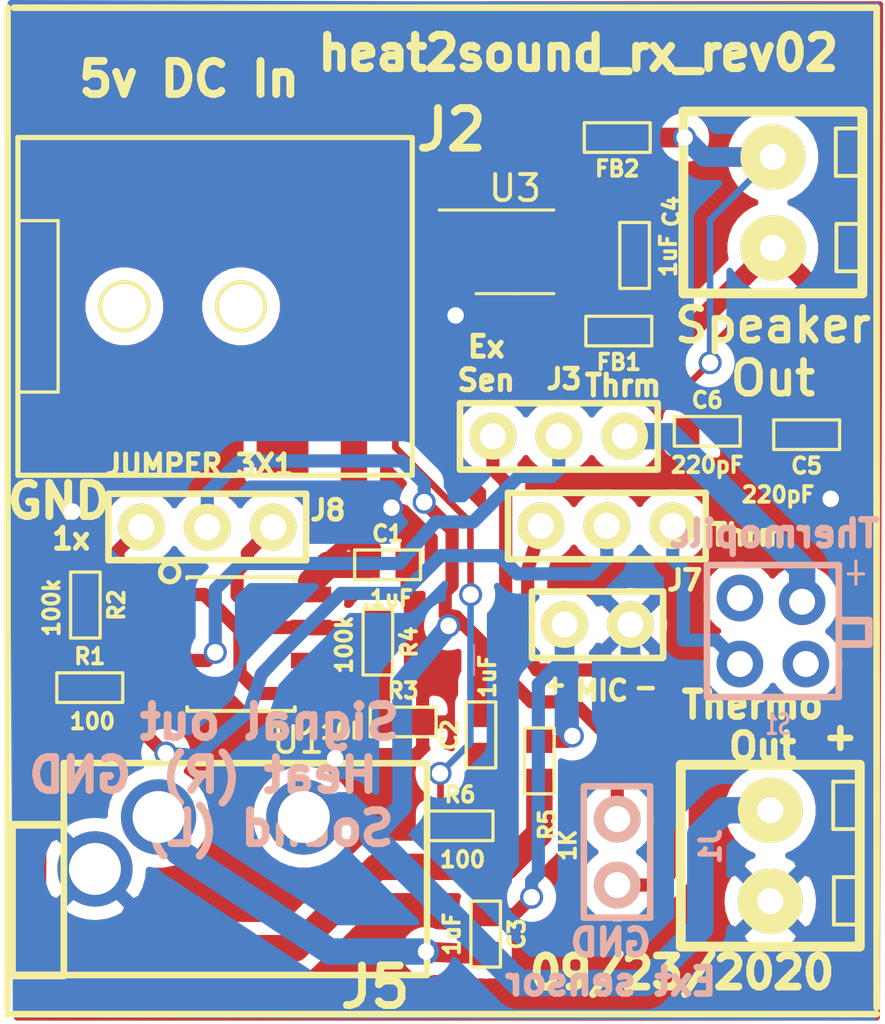
<source format=kicad_pcb>
(kicad_pcb (version 20171130) (host pcbnew 5.1.5-52549c5~86~ubuntu18.04.1)

  (general
    (thickness 1.6002)
    (drawings 22)
    (tracks 231)
    (zones 0)
    (modules 26)
    (nets 22)
  )

  (page A4)
  (title_block
    (date "12 jun 2010")
  )

  (layers
    (0 Component signal)
    (31 Copper signal)
    (32 B.Adhes user)
    (33 F.Adhes user)
    (34 B.Paste user)
    (35 F.Paste user)
    (36 B.SilkS user)
    (37 F.SilkS user)
    (38 B.Mask user)
    (39 F.Mask user)
    (40 Dwgs.User user)
    (41 Cmts.User user)
    (42 Eco1.User user)
    (43 Eco2.User user)
    (44 Edge.Cuts user)
    (45 Margin user)
    (46 B.CrtYd user)
    (47 F.CrtYd user)
  )

  (setup
    (last_trace_width 1.016)
    (user_trace_width 0.254)
    (user_trace_width 0.508)
    (user_trace_width 0.762)
    (user_trace_width 1.016)
    (user_trace_width 1.27)
    (trace_clearance 0.1)
    (zone_clearance 0.5)
    (zone_45_only no)
    (trace_min 0.2032)
    (via_size 0.889)
    (via_drill 0.635)
    (via_min_size 0.889)
    (via_min_drill 0.508)
    (uvia_size 0.508)
    (uvia_drill 0.127)
    (uvias_allowed no)
    (uvia_min_size 0.508)
    (uvia_min_drill 0.127)
    (edge_width 0.09906)
    (segment_width 0.254)
    (pcb_text_width 0.3048)
    (pcb_text_size 1.524 2.032)
    (mod_edge_width 0.254)
    (mod_text_size 1.524 1.524)
    (mod_text_width 0.09906)
    (pad_size 1.99898 1.99898)
    (pad_drill 1.00076)
    (pad_to_mask_clearance 0.1)
    (solder_mask_min_width 0.1)
    (aux_axis_origin 0 0)
    (visible_elements FFFFFF7F)
    (pcbplotparams
      (layerselection 0x010fc_ffffffff)
      (usegerberextensions false)
      (usegerberattributes false)
      (usegerberadvancedattributes false)
      (creategerberjobfile false)
      (excludeedgelayer true)
      (linewidth 0.100000)
      (plotframeref false)
      (viasonmask false)
      (mode 1)
      (useauxorigin false)
      (hpglpennumber 1)
      (hpglpenspeed 20)
      (hpglpendiameter 15.000000)
      (psnegative false)
      (psa4output false)
      (plotreference true)
      (plotvalue true)
      (plotinvisibletext false)
      (padsonsilk false)
      (subtractmaskfromsilk false)
      (outputformat 1)
      (mirror false)
      (drillshape 0)
      (scaleselection 1)
      (outputdirectory ""))
  )

  (net 0 "")
  (net 1 "Net-(C2-Pad2)")
  (net 2 "Net-(C2-Pad1)")
  (net 3 "Net-(C3-Pad2)")
  (net 4 "Net-(C3-Pad1)")
  (net 5 "Net-(C5-Pad1)")
  (net 6 "Net-(C6-Pad1)")
  (net 7 "Net-(FB1-Pad2)")
  (net 8 "Net-(FB2-Pad2)")
  (net 9 "Net-(J1-Pad2)")
  (net 10 "Net-(J3-Pad3)")
  (net 11 "Net-(J3-Pad2)")
  (net 12 "Net-(R3-Pad1)")
  (net 13 "Net-(R6-Pad1)")
  (net 14 +5v)
  (net 15 GND)
  (net 16 "Net-(J1-Pad1)")
  (net 17 "Net-(J7-Pad3)")
  (net 18 "Net-(J7-Pad2)")
  (net 19 "Net-(J8-Pad3)")
  (net 20 "Net-(J8-Pad1)")
  (net 21 "Net-(R1-Pad1)")

  (net_class Default "This is the default net class."
    (clearance 0.1)
    (trace_width 0.2032)
    (via_dia 0.889)
    (via_drill 0.635)
    (uvia_dia 0.508)
    (uvia_drill 0.127)
    (diff_pair_width 0.3)
    (diff_pair_gap 0.25)
    (add_net +5v)
    (add_net GND)
    (add_net "Net-(C2-Pad1)")
    (add_net "Net-(C2-Pad2)")
    (add_net "Net-(C3-Pad1)")
    (add_net "Net-(C3-Pad2)")
    (add_net "Net-(C5-Pad1)")
    (add_net "Net-(C6-Pad1)")
    (add_net "Net-(FB1-Pad2)")
    (add_net "Net-(FB2-Pad2)")
    (add_net "Net-(J1-Pad1)")
    (add_net "Net-(J1-Pad2)")
    (add_net "Net-(J3-Pad2)")
    (add_net "Net-(J3-Pad3)")
    (add_net "Net-(J7-Pad2)")
    (add_net "Net-(J7-Pad3)")
    (add_net "Net-(J8-Pad1)")
    (add_net "Net-(J8-Pad3)")
    (add_net "Net-(R1-Pad1)")
    (add_net "Net-(R3-Pad1)")
    (add_net "Net-(R6-Pad1)")
  )

  (module ted_connectors:TED_3.5_Stereo_STX-3150-3N-1 (layer Component) (tedit 5F6C1FB2) (tstamp 5F3E08F0)
    (at 161.17 130.41)
    (path /4C01DA25)
    (fp_text reference J5 (at 5 4.55) (layer F.SilkS)
      (effects (font (size 1.524 1.524) (thickness 0.3048)))
    )
    (fp_text value 3.5_STEREO (at -1.6 5.9) (layer F.SilkS) hide
      (effects (font (size 1.524 1.524) (thickness 0.3048)))
    )
    (fp_line (start -9 4.1) (end -7 4.1) (layer F.SilkS) (width 0.3))
    (fp_line (start -9 -1.7) (end -9 4.1) (layer F.SilkS) (width 0.3))
    (fp_line (start -7 -1.7) (end -9 -1.7) (layer F.SilkS) (width 0.3))
    (fp_line (start 7 4.05) (end 7 -4.05) (layer F.SilkS) (width 0.254))
    (fp_line (start -7 4.08432) (end 7 4.08432) (layer F.SilkS) (width 0.254))
    (fp_line (start -7 -4.05) (end -7 4.05) (layer F.SilkS) (width 0.254))
    (fp_line (start 7 -4.06908) (end -7 -4.07924) (layer F.SilkS) (width 0.254))
    (pad 2 thru_hole circle (at 2.25 -2) (size 2.9 2.9) (drill 2) (layers *.Cu *.Mask)
      (net 1 "Net-(C2-Pad2)"))
    (pad 3 thru_hole circle (at -3.35 -2) (size 2.9 2.9) (drill 2) (layers *.Cu *.Mask)
      (net 3 "Net-(C3-Pad2)"))
    (pad 1 thru_hole circle (at -5.8 0) (size 2.9 2.9) (drill 2) (layers *.Cu *.Mask)
      (net 15 GND))
  )

  (module Package_SO:MSOP-8_3x3mm_P0.65mm (layer Component) (tedit 5D9F72B0) (tstamp 5F3E098B)
    (at 171.56 106.65)
    (descr "MSOP, 8 Pin (https://www.jedec.org/system/files/docs/mo-187F.pdf variant AA), generated with kicad-footprint-generator ipc_gullwing_generator.py")
    (tags "MSOP SO")
    (path /5F3E29C8)
    (attr smd)
    (fp_text reference U3 (at 0 -2.45) (layer F.SilkS)
      (effects (font (size 1 1) (thickness 0.15)))
    )
    (fp_text value PAM8302A (at 0 2.45) (layer F.Fab)
      (effects (font (size 1 1) (thickness 0.15)))
    )
    (fp_line (start 0 1.61) (end 1.5 1.61) (layer F.SilkS) (width 0.12))
    (fp_line (start 0 1.61) (end -1.5 1.61) (layer F.SilkS) (width 0.12))
    (fp_line (start 0 -1.61) (end 1.5 -1.61) (layer F.SilkS) (width 0.12))
    (fp_line (start 0 -1.61) (end -2.925 -1.61) (layer F.SilkS) (width 0.12))
    (fp_line (start -0.75 -1.5) (end 1.5 -1.5) (layer F.Fab) (width 0.1))
    (fp_line (start 1.5 -1.5) (end 1.5 1.5) (layer F.Fab) (width 0.1))
    (fp_line (start 1.5 1.5) (end -1.5 1.5) (layer F.Fab) (width 0.1))
    (fp_line (start -1.5 1.5) (end -1.5 -0.75) (layer F.Fab) (width 0.1))
    (fp_line (start -1.5 -0.75) (end -0.75 -1.5) (layer F.Fab) (width 0.1))
    (fp_line (start -3.18 -1.75) (end -3.18 1.75) (layer F.CrtYd) (width 0.05))
    (fp_line (start -3.18 1.75) (end 3.18 1.75) (layer F.CrtYd) (width 0.05))
    (fp_line (start 3.18 1.75) (end 3.18 -1.75) (layer F.CrtYd) (width 0.05))
    (fp_line (start 3.18 -1.75) (end -3.18 -1.75) (layer F.CrtYd) (width 0.05))
    (fp_text user %R (at 0 0) (layer F.Fab)
      (effects (font (size 0.75 0.75) (thickness 0.11)))
    )
    (pad 1 smd roundrect (at -2.1125 -0.975) (size 1.625 0.5) (layers Component F.Paste F.Mask) (roundrect_rratio 0.25)
      (net 14 +5v))
    (pad 2 smd roundrect (at -2.1125 -0.325) (size 1.625 0.5) (layers Component F.Paste F.Mask) (roundrect_rratio 0.25))
    (pad 3 smd roundrect (at -2.1125 0.325) (size 1.625 0.5) (layers Component F.Paste F.Mask) (roundrect_rratio 0.25)
      (net 13 "Net-(R6-Pad1)"))
    (pad 4 smd roundrect (at -2.1125 0.975) (size 1.625 0.5) (layers Component F.Paste F.Mask) (roundrect_rratio 0.25)
      (net 15 GND))
    (pad 5 smd roundrect (at 2.1125 0.975) (size 1.625 0.5) (layers Component F.Paste F.Mask) (roundrect_rratio 0.25)
      (net 7 "Net-(FB1-Pad2)"))
    (pad 6 smd roundrect (at 2.1125 0.325) (size 1.625 0.5) (layers Component F.Paste F.Mask) (roundrect_rratio 0.25)
      (net 14 +5v))
    (pad 7 smd roundrect (at 2.1125 -0.325) (size 1.625 0.5) (layers Component F.Paste F.Mask) (roundrect_rratio 0.25))
    (pad 8 smd roundrect (at 2.1125 -0.975) (size 1.625 0.5) (layers Component F.Paste F.Mask) (roundrect_rratio 0.25)
      (net 8 "Net-(FB2-Pad2)"))
    (model ${KISYS3DMOD}/Package_SO.3dshapes/MSOP-8_3x3mm_P0.65mm.wrl
      (at (xyz 0 0 0))
      (scale (xyz 1 1 1))
      (rotate (xyz 0 0 0))
    )
  )

  (module ted_connectors:TED_HEADER_2x1 (layer Component) (tedit 59028581) (tstamp 5F3E0971)
    (at 174.75 121)
    (path /5F38E398)
    (fp_text reference U2 (at 0.2 -3.597) (layer F.SilkS)
      (effects (font (size 0.762 0.762) (thickness 0.1905)))
    )
    (fp_text value MIC (at 0.15 2.55) (layer F.SilkS)
      (effects (font (size 0.762 0.762) (thickness 0.1905)))
    )
    (fp_line (start 2.5 -1.27) (end -2.5 -1.27) (layer F.SilkS) (width 0.254))
    (fp_line (start 2.52 -1.27) (end 2.52 1.27) (layer F.SilkS) (width 0.254))
    (fp_line (start 2.5 1.28524) (end -2.5 1.28524) (layer F.SilkS) (width 0.254))
    (fp_line (start -2.53524 1.28524) (end -2.53524 -1.27508) (layer F.SilkS) (width 0.254))
    (pad 2 thru_hole circle (at 1.25984 0) (size 1.8 1.8) (drill 1) (layers *.Cu *.Mask F.SilkS)
      (net 15 GND))
    (pad 1 thru_hole circle (at -1.28016 0) (size 1.8 1.8) (drill 1) (layers *.Cu *.Mask F.SilkS)
      (net 4 "Net-(C3-Pad1)"))
  )

  (module ted_connectors:TED_HEADER_2x1 (layer Copper) (tedit 59028581) (tstamp 5F42B3E4)
    (at 175.5 129.75 90)
    (path /4BAC20CF)
    (fp_text reference J1 (at 0.2 3.597 90) (layer B.SilkS)
      (effects (font (size 0.762 0.762) (thickness 0.1905)) (justify mirror))
    )
    (fp_text value TERMINAL_3.5MM_PCB_2PIN (at 0 -3.937 90) (layer B.SilkS) hide
      (effects (font (size 0.762 0.762) (thickness 0.1905)) (justify mirror))
    )
    (fp_line (start 2.5 1.27) (end -2.5 1.27) (layer B.SilkS) (width 0.254))
    (fp_line (start 2.52 1.27) (end 2.52 -1.27) (layer B.SilkS) (width 0.254))
    (fp_line (start 2.5 -1.28524) (end -2.5 -1.28524) (layer B.SilkS) (width 0.254))
    (fp_line (start -2.53524 -1.28524) (end -2.53524 1.27508) (layer B.SilkS) (width 0.254))
    (pad 2 thru_hole circle (at 1.25984 0 90) (size 1.8 1.8) (drill 1) (layers *.Cu *.Mask B.SilkS)
      (net 9 "Net-(J1-Pad2)"))
    (pad 1 thru_hole circle (at -1.28016 0 90) (size 1.8 1.8) (drill 1) (layers *.Cu *.Mask B.SilkS)
      (net 16 "Net-(J1-Pad1)"))
  )

  (module ted_capacitors:TED_SM0603_C (layer Component) (tedit 590516B2) (tstamp 5F3E0869)
    (at 166.65 118.7)
    (descr "SMT capacitor, 0603")
    (path /4C0C123E)
    (fp_text reference C1 (at 0 -1.2) (layer F.SilkS)
      (effects (font (size 0.6 0.6) (thickness 0.15)))
    )
    (fp_text value .1uF (at 0 1.3) (layer F.SilkS)
      (effects (font (size 0.6 0.6) (thickness 0.15)))
    )
    (fp_line (start -1.27 0.57) (end -1.27 -0.57) (layer F.SilkS) (width 0.127))
    (fp_line (start 1.25 0.57) (end -1.25 0.57) (layer F.SilkS) (width 0.127))
    (fp_line (start 1.27 -0.57) (end 1.27 0.57) (layer F.SilkS) (width 0.127))
    (fp_line (start -1.25 -0.57) (end 1.25 -0.57) (layer F.SilkS) (width 0.127))
    (pad 1 smd rect (at -0.75184 0) (size 0.9 1) (layers Component F.Paste F.Mask)
      (net 14 +5v) (clearance 0.1))
    (pad 2 smd rect (at 0.75184 0) (size 0.89916 1.00076) (layers Component F.Paste F.Mask)
      (net 15 GND) (clearance 0.1))
    (model smd/capacitors/c_0603.wrl
      (at (xyz 0 0 0))
      (scale (xyz 1 1 1))
      (rotate (xyz 0 0 0))
    )
  )

  (module ted_capacitors:TED_SM0603_C (layer Component) (tedit 590516B2) (tstamp 5F3E087B)
    (at 170.25 125.25 90)
    (descr "SMT capacitor, 0603")
    (path /5F48020C)
    (fp_text reference C2 (at 0 -1.2 90) (layer F.SilkS)
      (effects (font (size 0.6 0.6) (thickness 0.15)))
    )
    (fp_text value 1uF (at 2.25 0.25 90) (layer F.SilkS)
      (effects (font (size 0.6 0.6) (thickness 0.15)))
    )
    (fp_line (start -1.25 -0.57) (end 1.25 -0.57) (layer F.SilkS) (width 0.127))
    (fp_line (start 1.27 -0.57) (end 1.27 0.57) (layer F.SilkS) (width 0.127))
    (fp_line (start 1.25 0.57) (end -1.25 0.57) (layer F.SilkS) (width 0.127))
    (fp_line (start -1.27 0.57) (end -1.27 -0.57) (layer F.SilkS) (width 0.127))
    (pad 2 smd rect (at 0.75184 0 90) (size 0.89916 1.00076) (layers Component F.Paste F.Mask)
      (net 1 "Net-(C2-Pad2)") (clearance 0.1))
    (pad 1 smd rect (at -0.75184 0 90) (size 0.9 1) (layers Component F.Paste F.Mask)
      (net 2 "Net-(C2-Pad1)") (clearance 0.1))
    (model smd/capacitors/c_0603.wrl
      (at (xyz 0 0 0))
      (scale (xyz 1 1 1))
      (rotate (xyz 0 0 0))
    )
  )

  (module ted_capacitors:TED_SM0603_C (layer Component) (tedit 590516B2) (tstamp 5F3E0885)
    (at 170.43 132.91816 270)
    (descr "SMT capacitor, 0603")
    (path /5F3ABEAD)
    (fp_text reference C3 (at 0 -1.2 90) (layer F.SilkS)
      (effects (font (size 0.6 0.6) (thickness 0.15)))
    )
    (fp_text value 1uF (at 0 1.3 90) (layer F.SilkS)
      (effects (font (size 0.6 0.6) (thickness 0.15)))
    )
    (fp_line (start -1.25 -0.57) (end 1.25 -0.57) (layer F.SilkS) (width 0.127))
    (fp_line (start 1.27 -0.57) (end 1.27 0.57) (layer F.SilkS) (width 0.127))
    (fp_line (start 1.25 0.57) (end -1.25 0.57) (layer F.SilkS) (width 0.127))
    (fp_line (start -1.27 0.57) (end -1.27 -0.57) (layer F.SilkS) (width 0.127))
    (pad 2 smd rect (at 0.75184 0 270) (size 0.89916 1.00076) (layers Component F.Paste F.Mask)
      (net 3 "Net-(C3-Pad2)") (clearance 0.1))
    (pad 1 smd rect (at -0.75184 0 270) (size 0.9 1) (layers Component F.Paste F.Mask)
      (net 4 "Net-(C3-Pad1)") (clearance 0.1))
    (model smd/capacitors/c_0603.wrl
      (at (xyz 0 0 0))
      (scale (xyz 1 1 1))
      (rotate (xyz 0 0 0))
    )
  )

  (module ted_capacitors:TED_SM0603_C (layer Component) (tedit 590516B2) (tstamp 5F3E088F)
    (at 176.17 106.79 90)
    (descr "SMT capacitor, 0603")
    (path /5F405EE8)
    (fp_text reference C4 (at 1.69 1.43 90) (layer F.SilkS)
      (effects (font (size 0.6 0.6) (thickness 0.15)))
    )
    (fp_text value 1uF (at 0 1.3 90) (layer F.SilkS)
      (effects (font (size 0.6 0.6) (thickness 0.15)))
    )
    (fp_line (start -1.27 0.57) (end -1.27 -0.57) (layer F.SilkS) (width 0.127))
    (fp_line (start 1.25 0.57) (end -1.25 0.57) (layer F.SilkS) (width 0.127))
    (fp_line (start 1.27 -0.57) (end 1.27 0.57) (layer F.SilkS) (width 0.127))
    (fp_line (start -1.25 -0.57) (end 1.25 -0.57) (layer F.SilkS) (width 0.127))
    (pad 1 smd rect (at -0.75184 0 90) (size 0.9 1) (layers Component F.Paste F.Mask)
      (net 14 +5v) (clearance 0.1))
    (pad 2 smd rect (at 0.75184 0 90) (size 0.89916 1.00076) (layers Component F.Paste F.Mask)
      (net 15 GND) (clearance 0.1))
    (model smd/capacitors/c_0603.wrl
      (at (xyz 0 0 0))
      (scale (xyz 1 1 1))
      (rotate (xyz 0 0 0))
    )
  )

  (module ted_capacitors:TED_SM0603_C (layer Component) (tedit 590516B2) (tstamp 5F3E0899)
    (at 182.80184 113.69 180)
    (descr "SMT capacitor, 0603")
    (path /5F437655)
    (fp_text reference C5 (at 0 -1.2) (layer F.SilkS)
      (effects (font (size 0.6 0.6) (thickness 0.15)))
    )
    (fp_text value 220pF (at 1.10184 -2.31) (layer F.SilkS)
      (effects (font (size 0.6 0.6) (thickness 0.15)))
    )
    (fp_line (start -1.25 -0.57) (end 1.25 -0.57) (layer F.SilkS) (width 0.127))
    (fp_line (start 1.27 -0.57) (end 1.27 0.57) (layer F.SilkS) (width 0.127))
    (fp_line (start 1.25 0.57) (end -1.25 0.57) (layer F.SilkS) (width 0.127))
    (fp_line (start -1.27 0.57) (end -1.27 -0.57) (layer F.SilkS) (width 0.127))
    (pad 2 smd rect (at 0.75184 0 180) (size 0.89916 1.00076) (layers Component F.Paste F.Mask)
      (net 15 GND) (clearance 0.1))
    (pad 1 smd rect (at -0.75184 0 180) (size 0.9 1) (layers Component F.Paste F.Mask)
      (net 5 "Net-(C5-Pad1)") (clearance 0.1))
    (model smd/capacitors/c_0603.wrl
      (at (xyz 0 0 0))
      (scale (xyz 1 1 1))
      (rotate (xyz 0 0 0))
    )
  )

  (module ted_capacitors:TED_SM0603_C (layer Component) (tedit 590516B2) (tstamp 5F3E08A3)
    (at 178.97 113.56)
    (descr "SMT capacitor, 0603")
    (path /5F4368CA)
    (fp_text reference C6 (at 0 -1.2) (layer F.SilkS)
      (effects (font (size 0.6 0.6) (thickness 0.15)))
    )
    (fp_text value 220pF (at 0 1.3) (layer F.SilkS)
      (effects (font (size 0.6 0.6) (thickness 0.15)))
    )
    (fp_line (start -1.27 0.57) (end -1.27 -0.57) (layer F.SilkS) (width 0.127))
    (fp_line (start 1.25 0.57) (end -1.25 0.57) (layer F.SilkS) (width 0.127))
    (fp_line (start 1.27 -0.57) (end 1.27 0.57) (layer F.SilkS) (width 0.127))
    (fp_line (start -1.25 -0.57) (end 1.25 -0.57) (layer F.SilkS) (width 0.127))
    (pad 1 smd rect (at -0.75184 0) (size 0.9 1) (layers Component F.Paste F.Mask)
      (net 6 "Net-(C6-Pad1)") (clearance 0.1))
    (pad 2 smd rect (at 0.75184 0) (size 0.89916 1.00076) (layers Component F.Paste F.Mask)
      (net 15 GND) (clearance 0.1))
    (model smd/capacitors/c_0603.wrl
      (at (xyz 0 0 0))
      (scale (xyz 1 1 1))
      (rotate (xyz 0 0 0))
    )
  )

  (module ted_resistors:TED_SM0603_R (layer Component) (tedit 590515EF) (tstamp 5F3E08AD)
    (at 175.56184 109.7 180)
    (descr "SMT resistor, 0603")
    (path /5F42B281)
    (fp_text reference FB1 (at 0 -1.2) (layer F.SilkS)
      (effects (font (size 0.6 0.6) (thickness 0.15)))
    )
    (fp_text value ferrite_bead (at 4.31184 -0.8) (layer F.SilkS) hide
      (effects (font (size 0.6 0.6) (thickness 0.15)))
    )
    (fp_line (start 1.25 0.57) (end -1.25 0.57) (layer F.SilkS) (width 0.127))
    (fp_line (start -1.25 -0.57) (end 1.25 -0.57) (layer F.SilkS) (width 0.127))
    (fp_line (start 1.27 -0.57) (end 1.27 0.57) (layer F.SilkS) (width 0.127))
    (fp_line (start -1.27 -0.57) (end -1.27 0.57) (layer F.SilkS) (width 0.127))
    (pad 1 smd rect (at -0.75184 0 180) (size 0.89916 1.00076) (layers Component F.Paste F.Mask)
      (net 5 "Net-(C5-Pad1)") (clearance 0.1))
    (pad 2 smd rect (at 0.75184 0 180) (size 0.89916 1.00076) (layers Component F.Paste F.Mask)
      (net 7 "Net-(FB1-Pad2)") (clearance 0.1))
    (model smd/capacitors/c_0603.wrl
      (at (xyz 0 0 0))
      (scale (xyz 1 1 1))
      (rotate (xyz 0 0 0))
    )
  )

  (module ted_resistors:TED_SM0603_R (layer Component) (tedit 590515EF) (tstamp 5F3E08B7)
    (at 175.50184 102.25 180)
    (descr "SMT resistor, 0603")
    (path /5F42A6DF)
    (fp_text reference FB2 (at 0 -1.2) (layer F.SilkS)
      (effects (font (size 0.6 0.6) (thickness 0.15)))
    )
    (fp_text value ferrite_bead (at -4.64816 -14.85) (layer F.SilkS) hide
      (effects (font (size 0.6 0.6) (thickness 0.15)))
    )
    (fp_line (start -1.27 -0.57) (end -1.27 0.57) (layer F.SilkS) (width 0.127))
    (fp_line (start 1.27 -0.57) (end 1.27 0.57) (layer F.SilkS) (width 0.127))
    (fp_line (start -1.25 -0.57) (end 1.25 -0.57) (layer F.SilkS) (width 0.127))
    (fp_line (start 1.25 0.57) (end -1.25 0.57) (layer F.SilkS) (width 0.127))
    (pad 2 smd rect (at 0.75184 0 180) (size 0.89916 1.00076) (layers Component F.Paste F.Mask)
      (net 8 "Net-(FB2-Pad2)") (clearance 0.1))
    (pad 1 smd rect (at -0.75184 0 180) (size 0.89916 1.00076) (layers Component F.Paste F.Mask)
      (net 6 "Net-(C6-Pad1)") (clearance 0.1))
    (model smd/capacitors/c_0603.wrl
      (at (xyz 0 0 0))
      (scale (xyz 1 1 1))
      (rotate (xyz 0 0 0))
    )
  )

  (module ted_connectors:TED_2.1mm_DC_SMD (layer Component) (tedit 0) (tstamp 5F3E08C7)
    (at 160 108.75 180)
    (path /4BAC0857)
    (fp_text reference J2 (at -9.1 6.8) (layer F.SilkS)
      (effects (font (size 1.524 1.524) (thickness 0.3048)))
    )
    (fp_text value DC_2.1mm (at 0.1016 8.49884) (layer F.SilkS) hide
      (effects (font (size 1.524 1.524) (thickness 0.3048)))
    )
    (fp_line (start 7.6 -3.3) (end 6.05 -3.3) (layer F.SilkS) (width 0.127))
    (fp_line (start 6.05 -3.3) (end 6.05 3.3) (layer F.SilkS) (width 0.127))
    (fp_line (start 6.05 3.3) (end 7.575 3.3) (layer F.SilkS) (width 0.127))
    (fp_line (start -7.59968 -6.5024) (end 7.59968 -6.5024) (layer F.SilkS) (width 0.20066))
    (fp_line (start 7.59968 -6.5024) (end 7.59968 6.5024) (layer F.SilkS) (width 0.20066))
    (fp_line (start 7.59968 6.5024) (end -7.59968 6.5024) (layer F.SilkS) (width 0.20066))
    (fp_line (start -7.59968 6.5024) (end -7.59968 -6.5024) (layer F.SilkS) (width 0.20066))
    (pad "" np_thru_hole circle (at -1.00076 0 180) (size 1.99898 1.99898) (drill 1.69926) (layers *.Cu *.Mask F.SilkS))
    (pad 1 smd rect (at 3.50012 5.4102 180) (size 1.99898 1.99898) (layers Component F.Paste F.Mask)
      (net 14 +5v))
    (pad 1 smd rect (at -2.60096 5.4102 180) (size 1.99898 1.99898) (layers Component F.Paste F.Mask)
      (net 14 +5v))
    (pad 2 smd rect (at 3.50012 -5.41528 180) (size 1.99898 1.99898) (layers Component F.Paste F.Mask)
      (net 15 GND))
    (pad 3 smd rect (at -2.60096 -5.41528 180) (size 1.99898 1.99898) (layers Component F.Paste F.Mask))
    (pad "" np_thru_hole circle (at 3.50012 0 180) (size 1.99898 1.99898) (drill 1.69926) (layers *.Cu *.Mask F.SilkS))
  )

  (module ted_connectors:TED_HEADER_3x1 (layer Component) (tedit 591A6C4A) (tstamp 5F3E08D7)
    (at 173.25 113.75)
    (path /4C01D810)
    (fp_text reference J3 (at 0.2 -2.2) (layer F.SilkS)
      (effects (font (size 0.762 0.762) (thickness 0.1905)))
    )
    (fp_text value JUMPER_3X1 (at 0.3 2.4) (layer F.SilkS) hide
      (effects (font (size 0.762 0.762) (thickness 0.1905)))
    )
    (fp_line (start 3.81 -1.27) (end -3.81 -1.27) (layer F.SilkS) (width 0.254))
    (fp_line (start 3.81 -1.27) (end 3.81 1.27) (layer F.SilkS) (width 0.254))
    (fp_line (start 3.81 1.28524) (end -3.81 1.28524) (layer F.SilkS) (width 0.254))
    (fp_line (start -3.81 1.28524) (end -3.81 -1.27508) (layer F.SilkS) (width 0.254))
    (pad 3 thru_hole circle (at 2.54 0) (size 1.8 1.8) (drill 1) (layers *.Cu *.Mask F.SilkS)
      (net 10 "Net-(J3-Pad3)"))
    (pad 2 thru_hole circle (at 0 0) (size 1.8 1.8) (drill 1) (layers *.Cu *.Mask F.SilkS)
      (net 11 "Net-(J3-Pad2)"))
    (pad 1 thru_hole circle (at -2.54 0) (size 1.8 1.8) (drill 1) (layers *.Cu *.Mask F.SilkS)
      (net 9 "Net-(J1-Pad2)"))
  )

  (module ted_connectors:TED_TERMINAL_3.5MM_2PIN (layer Component) (tedit 5920A0F6) (tstamp 5F41FC33)
    (at 181.4 129.9 270)
    (path /4C01D9BA)
    (fp_text reference J4 (at 0.20066 -5.40004 270) (layer F.SilkS) hide
      (effects (font (size 1.524 1.524) (thickness 0.3048)))
    )
    (fp_text value TERMINAL_3.5MM_PCB_2PIN (at 0.29972 5.6007 270) (layer F.SilkS) hide
      (effects (font (size 1.016 1.016) (thickness 0.254)))
    )
    (fp_line (start 2.65 -2.45) (end 2.65 -3.275) (layer F.SilkS) (width 0.15))
    (fp_line (start 0.825 -2.45) (end 2.65 -2.45) (layer F.SilkS) (width 0.15))
    (fp_line (start 0.825 -3.25) (end 0.825 -2.45) (layer F.SilkS) (width 0.15))
    (fp_line (start -2.85 -3.225) (end -2.85 -2.425) (layer F.SilkS) (width 0.15))
    (fp_line (start -2.85 -2.425) (end -1.025 -2.425) (layer F.SilkS) (width 0.15))
    (fp_line (start -1.025 -2.425) (end -1.025 -3.25) (layer F.SilkS) (width 0.15))
    (fp_line (start -3.50012 -3.45) (end -3.50012 3.45) (layer F.SilkS) (width 0.381))
    (fp_line (start -3.50012 3.45) (end 3.50012 3.45) (layer F.SilkS) (width 0.381))
    (fp_line (start 3.50012 3.45) (end 3.50012 -3.45) (layer F.SilkS) (width 0.381))
    (fp_line (start 3.50012 -3.45) (end -3.50012 -3.45) (layer F.SilkS) (width 0.381))
    (pad 1 thru_hole circle (at -1.75006 0 270) (size 2.5 2.5) (drill 1) (layers *.Cu *.Mask F.SilkS)
      (net 1 "Net-(C2-Pad2)") (clearance 0.5))
    (pad 2 thru_hole circle (at 1.75006 0 270) (size 2.5 2.5) (drill 1) (layers *.Cu *.Mask F.SilkS)
      (net 15 GND) (clearance 0.5))
  )

  (module ted_connectors:TED_TERMINAL_3.5MM_2PIN (layer Component) (tedit 5920A0F6) (tstamp 5F3E090C)
    (at 181.5 104.75 270)
    (path /5F3FFEAA)
    (fp_text reference J6 (at 0.2 -5 90) (layer F.SilkS) hide
      (effects (font (size 1.524 1.524) (thickness 0.3048)))
    )
    (fp_text value TERMINAL_3.5MM_PCB_2PIN (at 0.2 4.8 90) (layer F.SilkS) hide
      (effects (font (size 1.016 1.016) (thickness 0.254)))
    )
    (fp_line (start 2.65 -2.45) (end 2.65 -3.275) (layer F.SilkS) (width 0.15))
    (fp_line (start 0.825 -2.45) (end 2.65 -2.45) (layer F.SilkS) (width 0.15))
    (fp_line (start 0.825 -3.25) (end 0.825 -2.45) (layer F.SilkS) (width 0.15))
    (fp_line (start -2.85 -3.225) (end -2.85 -2.425) (layer F.SilkS) (width 0.15))
    (fp_line (start -2.85 -2.425) (end -1.025 -2.425) (layer F.SilkS) (width 0.15))
    (fp_line (start -1.025 -2.425) (end -1.025 -3.25) (layer F.SilkS) (width 0.15))
    (fp_line (start -3.50012 -3.45) (end -3.50012 3.45) (layer F.SilkS) (width 0.381))
    (fp_line (start -3.50012 3.45) (end 3.50012 3.45) (layer F.SilkS) (width 0.381))
    (fp_line (start 3.50012 3.45) (end 3.50012 -3.45) (layer F.SilkS) (width 0.381))
    (fp_line (start 3.50012 -3.45) (end -3.50012 -3.45) (layer F.SilkS) (width 0.381))
    (pad 1 thru_hole circle (at -1.75006 0 270) (size 2.5 2.5) (drill 1) (layers *.Cu *.Mask F.SilkS)
      (net 6 "Net-(C6-Pad1)") (clearance 0.5))
    (pad 2 thru_hole circle (at 1.75006 0 270) (size 2.5 2.5) (drill 1) (layers *.Cu *.Mask F.SilkS)
      (net 5 "Net-(C5-Pad1)") (clearance 0.5))
  )

  (module ted_resistors:TED_SM0603_R (layer Component) (tedit 590515EF) (tstamp 5F3E090D)
    (at 155.17 123.43)
    (descr "SMT resistor, 0603")
    (path /4C01DB2F)
    (fp_text reference R1 (at 0 -1.2) (layer F.SilkS)
      (effects (font (size 0.6 0.6) (thickness 0.15)))
    )
    (fp_text value 100 (at 0.1 1.3) (layer F.SilkS)
      (effects (font (size 0.6 0.6) (thickness 0.15)))
    )
    (fp_line (start -1.27 -0.57) (end -1.27 0.57) (layer F.SilkS) (width 0.127))
    (fp_line (start 1.27 -0.57) (end 1.27 0.57) (layer F.SilkS) (width 0.127))
    (fp_line (start -1.25 -0.57) (end 1.25 -0.57) (layer F.SilkS) (width 0.127))
    (fp_line (start 1.25 0.57) (end -1.25 0.57) (layer F.SilkS) (width 0.127))
    (pad 2 smd rect (at 0.75184 0) (size 0.89916 1.00076) (layers Component F.Paste F.Mask)
      (net 18 "Net-(J7-Pad2)") (clearance 0.1))
    (pad 1 smd rect (at -0.75184 0) (size 0.89916 1.00076) (layers Component F.Paste F.Mask)
      (net 21 "Net-(R1-Pad1)") (clearance 0.1))
    (model smd/capacitors/c_0603.wrl
      (at (xyz 0 0 0))
      (scale (xyz 1 1 1))
      (rotate (xyz 0 0 0))
    )
  )

  (module ted_resistors:TED_SM0603_R (layer Component) (tedit 590515EF) (tstamp 5F3E0916)
    (at 155 120.25 270)
    (descr "SMT resistor, 0603")
    (path /4C01DB36)
    (fp_text reference R2 (at 0 -1.2 90) (layer F.SilkS)
      (effects (font (size 0.6 0.6) (thickness 0.15)))
    )
    (fp_text value 100k (at 0.1 1.3 90) (layer F.SilkS)
      (effects (font (size 0.6 0.6) (thickness 0.15)))
    )
    (fp_line (start -1.27 -0.57) (end -1.27 0.57) (layer F.SilkS) (width 0.127))
    (fp_line (start 1.27 -0.57) (end 1.27 0.57) (layer F.SilkS) (width 0.127))
    (fp_line (start -1.25 -0.57) (end 1.25 -0.57) (layer F.SilkS) (width 0.127))
    (fp_line (start 1.25 0.57) (end -1.25 0.57) (layer F.SilkS) (width 0.127))
    (pad 2 smd rect (at 0.75184 0 270) (size 0.89916 1.00076) (layers Component F.Paste F.Mask)
      (net 21 "Net-(R1-Pad1)") (clearance 0.1))
    (pad 1 smd rect (at -0.75184 0 270) (size 0.89916 1.00076) (layers Component F.Paste F.Mask)
      (net 19 "Net-(J8-Pad3)") (clearance 0.1))
    (model smd/capacitors/c_0603.wrl
      (at (xyz 0 0 0))
      (scale (xyz 1 1 1))
      (rotate (xyz 0 0 0))
    )
  )

  (module ted_resistors:TED_SM0603_R (layer Component) (tedit 590515EF) (tstamp 5F3E091F)
    (at 167.25 124.75)
    (descr "SMT resistor, 0603")
    (path /4C0C0F4C)
    (fp_text reference R3 (at 0 -1.2) (layer F.SilkS)
      (effects (font (size 0.6 0.6) (thickness 0.15)))
    )
    (fp_text value 10k (at -2.35 0.35) (layer F.SilkS)
      (effects (font (size 0.6 0.6) (thickness 0.15)))
    )
    (fp_line (start -1.27 -0.57) (end -1.27 0.57) (layer F.SilkS) (width 0.127))
    (fp_line (start 1.27 -0.57) (end 1.27 0.57) (layer F.SilkS) (width 0.127))
    (fp_line (start -1.25 -0.57) (end 1.25 -0.57) (layer F.SilkS) (width 0.127))
    (fp_line (start 1.25 0.57) (end -1.25 0.57) (layer F.SilkS) (width 0.127))
    (pad 2 smd rect (at 0.75184 0) (size 0.89916 1.00076) (layers Component F.Paste F.Mask)
      (net 15 GND) (clearance 0.1))
    (pad 1 smd rect (at -0.75184 0) (size 0.89916 1.00076) (layers Component F.Paste F.Mask)
      (net 12 "Net-(R3-Pad1)") (clearance 0.1))
    (model smd/capacitors/c_0603.wrl
      (at (xyz 0 0 0))
      (scale (xyz 1 1 1))
      (rotate (xyz 0 0 0))
    )
  )

  (module ted_resistors:TED_SM0603_R (layer Component) (tedit 590515EF) (tstamp 5F3E0928)
    (at 166.275 121.675 270)
    (descr "SMT resistor, 0603")
    (path /4C0C0F4B)
    (fp_text reference R4 (at 0 -1.2 90) (layer F.SilkS)
      (effects (font (size 0.6 0.6) (thickness 0.15)))
    )
    (fp_text value 100k (at 0.1 1.3 90) (layer F.SilkS)
      (effects (font (size 0.6 0.6) (thickness 0.15)))
    )
    (fp_line (start 1.25 0.57) (end -1.25 0.57) (layer F.SilkS) (width 0.127))
    (fp_line (start -1.25 -0.57) (end 1.25 -0.57) (layer F.SilkS) (width 0.127))
    (fp_line (start 1.27 -0.57) (end 1.27 0.57) (layer F.SilkS) (width 0.127))
    (fp_line (start -1.27 -0.57) (end -1.27 0.57) (layer F.SilkS) (width 0.127))
    (pad 1 smd rect (at -0.75184 0 270) (size 0.89916 1.00076) (layers Component F.Paste F.Mask)
      (net 20 "Net-(J8-Pad1)") (clearance 0.1))
    (pad 2 smd rect (at 0.75184 0 270) (size 0.89916 1.00076) (layers Component F.Paste F.Mask)
      (net 12 "Net-(R3-Pad1)") (clearance 0.1))
    (model smd/capacitors/c_0603.wrl
      (at (xyz 0 0 0))
      (scale (xyz 1 1 1))
      (rotate (xyz 0 0 0))
    )
  )

  (module ted_resistors:TED_SM0603_R (layer Component) (tedit 590515EF) (tstamp 5F3F4F68)
    (at 172.5 126.24816 90)
    (descr "SMT resistor, 0603")
    (path /5F3909A8)
    (fp_text reference R5 (at -2.45184 0.3 90) (layer F.SilkS)
      (effects (font (size 0.6 0.6) (thickness 0.15)))
    )
    (fp_text value 1K (at -3.25184 1.1 90) (layer F.SilkS)
      (effects (font (size 0.6 0.6) (thickness 0.15)))
    )
    (fp_line (start 1.25 0.57) (end -1.25 0.57) (layer F.SilkS) (width 0.127))
    (fp_line (start -1.25 -0.57) (end 1.25 -0.57) (layer F.SilkS) (width 0.127))
    (fp_line (start 1.27 -0.57) (end 1.27 0.57) (layer F.SilkS) (width 0.127))
    (fp_line (start -1.27 -0.57) (end -1.27 0.57) (layer F.SilkS) (width 0.127))
    (pad 1 smd rect (at -0.75184 0 90) (size 0.89916 1.00076) (layers Component F.Paste F.Mask)
      (net 14 +5v) (clearance 0.1))
    (pad 2 smd rect (at 0.75184 0 90) (size 0.89916 1.00076) (layers Component F.Paste F.Mask)
      (net 4 "Net-(C3-Pad1)") (clearance 0.1))
    (model smd/capacitors/c_0603.wrl
      (at (xyz 0 0 0))
      (scale (xyz 1 1 1))
      (rotate (xyz 0 0 0))
    )
  )

  (module ted_resistors:TED_SM0603_R (layer Component) (tedit 590515EF) (tstamp 5F3E0944)
    (at 169.44184 128.75)
    (descr "SMT resistor, 0603")
    (path /5F47F025)
    (fp_text reference R6 (at 0 -1.2) (layer F.SilkS)
      (effects (font (size 0.6 0.6) (thickness 0.15)))
    )
    (fp_text value 100 (at 0.1 1.3) (layer F.SilkS)
      (effects (font (size 0.6 0.6) (thickness 0.15)))
    )
    (fp_line (start 1.25 0.57) (end -1.25 0.57) (layer F.SilkS) (width 0.127))
    (fp_line (start -1.25 -0.57) (end 1.25 -0.57) (layer F.SilkS) (width 0.127))
    (fp_line (start 1.27 -0.57) (end 1.27 0.57) (layer F.SilkS) (width 0.127))
    (fp_line (start -1.27 -0.57) (end -1.27 0.57) (layer F.SilkS) (width 0.127))
    (pad 1 smd rect (at -0.75184 0) (size 0.89916 1.00076) (layers Component F.Paste F.Mask)
      (net 13 "Net-(R6-Pad1)") (clearance 0.1))
    (pad 2 smd rect (at 0.75184 0) (size 0.89916 1.00076) (layers Component F.Paste F.Mask)
      (net 2 "Net-(C2-Pad1)") (clearance 0.1))
    (model smd/capacitors/c_0603.wrl
      (at (xyz 0 0 0))
      (scale (xyz 1 1 1))
      (rotate (xyz 0 0 0))
    )
  )

  (module ted_ICs:SOIC-8 (layer Component) (tedit 5BECBCA7) (tstamp 5F3E0950)
    (at 161 121.75)
    (descr "8-Lead Plastic Small Outline")
    (path /4C0C1225)
    (attr smd)
    (fp_text reference U1 (at 2.2 3.7) (layer F.SilkS)
      (effects (font (size 1 1) (thickness 0.15)))
    )
    (fp_text value MCP6V02 (at 0 3.5) (layer F.Fab)
      (effects (font (size 1 1) (thickness 0.15)))
    )
    (fp_circle (center -2.75 -2.75) (end -2.5 -2.5) (layer F.SilkS) (width 0.2))
    (fp_line (start -3.73 -2.7) (end -3.73 2.7) (layer F.CrtYd) (width 0.05))
    (fp_line (start 3.73 -2.7) (end 3.73 2.7) (layer F.CrtYd) (width 0.05))
    (fp_line (start -3.73 -2.7) (end 3.73 -2.7) (layer F.CrtYd) (width 0.05))
    (fp_line (start -3.73 2.7) (end 3.73 2.7) (layer F.CrtYd) (width 0.05))
    (fp_line (start -2.075 -2.575) (end -2.075 -2.525) (layer F.SilkS) (width 0.15))
    (fp_line (start 2.075 -2.575) (end 2.075 -2.43) (layer F.SilkS) (width 0.15))
    (fp_line (start 2.075 2.575) (end 2.075 2.43) (layer F.SilkS) (width 0.15))
    (fp_line (start -2.075 2.575) (end -2.075 2.43) (layer F.SilkS) (width 0.15))
    (fp_line (start -2.075 -2.575) (end 2.075 -2.575) (layer F.SilkS) (width 0.15))
    (fp_line (start -2.075 2.575) (end 2.075 2.575) (layer F.SilkS) (width 0.15))
    (pad 1 smd rect (at -2.7 -1.905) (size 1.55 0.6) (layers Component F.Paste F.Mask)
      (net 19 "Net-(J8-Pad3)"))
    (pad 2 smd rect (at -2.7 -0.635) (size 1.55 0.6) (layers Component F.Paste F.Mask)
      (net 21 "Net-(R1-Pad1)"))
    (pad 3 smd rect (at -2.7 0.635) (size 1.55 0.6) (layers Component F.Paste F.Mask)
      (net 11 "Net-(J3-Pad2)"))
    (pad 4 smd rect (at -2.7 1.905) (size 1.55 0.6) (layers Component F.Paste F.Mask)
      (net 15 GND))
    (pad 5 smd rect (at 2.7 1.905) (size 1.55 0.6) (layers Component F.Paste F.Mask)
      (net 19 "Net-(J8-Pad3)"))
    (pad 6 smd rect (at 2.7 0.635) (size 1.55 0.6) (layers Component F.Paste F.Mask)
      (net 12 "Net-(R3-Pad1)"))
    (pad 7 smd rect (at 2.7 -0.635) (size 1.55 0.6) (layers Component F.Paste F.Mask)
      (net 20 "Net-(J8-Pad1)"))
    (pad 8 smd rect (at 2.7 -1.905) (size 1.55 0.6) (layers Component F.Paste F.Mask)
      (net 14 +5v))
    (model ${KISYS3DMOD}/Housings_SOIC.3dshapes/SOIC-8_3.9x4.9mm_Pitch1.27mm.wrl
      (at (xyz 0 0 0))
      (scale (xyz 1 1 1))
      (rotate (xyz 0 0 0))
    )
  )

  (module ted_connectors:TED_HEADER_2x2_THERMO (layer Copper) (tedit 5F42B7C9) (tstamp 5F42BCAC)
    (at 181.5 121.25)
    (path /4C01D7F8)
    (fp_text reference S1 (at 0.2 3.597) (layer B.SilkS)
      (effects (font (size 0.762 0.5) (thickness 0.125)) (justify mirror))
    )
    (fp_text value THERMOPILE_MLX90247 (at 0 -3.937) (layer B.SilkS) hide
      (effects (font (size 0.762 0.762) (thickness 0.1905)) (justify mirror))
    )
    (fp_line (start 2.54 2.54) (end -2.54 2.54) (layer B.SilkS) (width 0.254))
    (fp_line (start 2.54 2.54) (end 2.54 -2.54) (layer B.SilkS) (width 0.254))
    (fp_line (start 2.54 -2.54) (end -2.54 -2.54) (layer B.SilkS) (width 0.254))
    (fp_line (start -2.54 -2.54) (end -2.54 2.54) (layer B.SilkS) (width 0.254))
    (fp_line (start 2.6 0.5) (end 3.7 0.5) (layer B.SilkS) (width 0.3))
    (fp_line (start 3.7 0.5) (end 3.7 -0.4) (layer B.SilkS) (width 0.3))
    (fp_line (start 3.7 -0.4) (end 2.6 -0.4) (layer B.SilkS) (width 0.3))
    (fp_line (start 2.9 -2.2) (end 3.5 -2.2) (layer B.SilkS) (width 0.12))
    (fp_line (start 3.2 -1.8) (end 3.2 -2.7) (layer B.SilkS) (width 0.12))
    (pad 4 thru_hole circle (at 1.27 1.27) (size 1.8 1.8) (drill 1) (layers *.Cu *.Mask))
    (pad 3 thru_hole circle (at -1.27 1.27) (size 1.8 1.8) (drill 1) (layers *.Cu *.Mask)
      (net 17 "Net-(J7-Pad3)"))
    (pad 2 thru_hole circle (at -1.27 -1.27) (size 1.8 1.8) (drill 1) (layers *.Cu *.Mask))
    (pad 1 thru_hole circle (at 1.127 -1.127) (size 1.8 1.8) (drill 1) (layers *.Cu *.Mask)
      (net 10 "Net-(J3-Pad3)"))
  )

  (module ted_connectors:TED_HEADER_3x1 (layer Component) (tedit 591A6C4A) (tstamp 5F6718EA)
    (at 175.1 117.2)
    (path /5F674C05)
    (fp_text reference J7 (at 3 2.1) (layer F.SilkS)
      (effects (font (size 0.762 0.762) (thickness 0.1905)))
    )
    (fp_text value JUMPER_3X1 (at -0.2 2) (layer F.SilkS) hide
      (effects (font (size 0.762 0.762) (thickness 0.1905)))
    )
    (fp_line (start 3.81 -1.27) (end -3.81 -1.27) (layer F.SilkS) (width 0.254))
    (fp_line (start 3.81 -1.27) (end 3.81 1.27) (layer F.SilkS) (width 0.254))
    (fp_line (start 3.81 1.28524) (end -3.81 1.28524) (layer F.SilkS) (width 0.254))
    (fp_line (start -3.81 1.28524) (end -3.81 -1.27508) (layer F.SilkS) (width 0.254))
    (pad 3 thru_hole circle (at 2.54 0) (size 1.8 1.8) (drill 1) (layers *.Cu *.Mask F.SilkS)
      (net 17 "Net-(J7-Pad3)"))
    (pad 2 thru_hole circle (at 0 0) (size 1.8 1.8) (drill 1) (layers *.Cu *.Mask F.SilkS)
      (net 18 "Net-(J7-Pad2)"))
    (pad 1 thru_hole circle (at -2.54 0) (size 1.8 1.8) (drill 1) (layers *.Cu *.Mask F.SilkS)
      (net 16 "Net-(J1-Pad1)"))
  )

  (module ted_connectors:TED_HEADER_3x1 (layer Component) (tedit 591A6C4A) (tstamp 5F67B9C5)
    (at 159.7 117.25 180)
    (path /5F69930D)
    (fp_text reference J8 (at -4.65 0.65) (layer F.SilkS)
      (effects (font (size 0.762 0.762) (thickness 0.1905)))
    )
    (fp_text value JUMPER_3X1 (at 0.3 2.4) (layer F.SilkS)
      (effects (font (size 0.762 0.762) (thickness 0.1905)))
    )
    (fp_line (start 3.81 -1.27) (end -3.81 -1.27) (layer F.SilkS) (width 0.254))
    (fp_line (start 3.81 -1.27) (end 3.81 1.27) (layer F.SilkS) (width 0.254))
    (fp_line (start 3.81 1.28524) (end -3.81 1.28524) (layer F.SilkS) (width 0.254))
    (fp_line (start -3.81 1.28524) (end -3.81 -1.27508) (layer F.SilkS) (width 0.254))
    (pad 3 thru_hole circle (at 2.54 0 180) (size 1.8 1.8) (drill 1) (layers *.Cu *.Mask F.SilkS)
      (net 19 "Net-(J8-Pad3)"))
    (pad 2 thru_hole circle (at 0 0 180) (size 1.8 1.8) (drill 1) (layers *.Cu *.Mask F.SilkS)
      (net 1 "Net-(C2-Pad2)"))
    (pad 1 thru_hole circle (at -2.54 0 180) (size 1.8 1.8) (drill 1) (layers *.Cu *.Mask F.SilkS)
      (net 20 "Net-(J8-Pad1)"))
  )

  (gr_text Thrm (at 175.725 111.8) (layer F.SilkS) (tstamp 5F67BD68)
    (effects (font (size 0.8 0.8) (thickness 0.2)))
  )
  (gr_text Thrm (at 180.55 117.55) (layer F.SilkS) (tstamp 5F67BD53)
    (effects (font (size 0.8 0.8) (thickness 0.2)))
  )
  (gr_text "Ex\nSen" (at 170.45 110.95) (layer F.SilkS) (tstamp 5F67BD0D)
    (effects (font (size 0.8 0.8) (thickness 0.2)))
  )
  (gr_text 1x (at 154.45 117.7) (layer F.SilkS)
    (effects (font (size 0.8 0.8) (thickness 0.2)))
  )
  (gr_text + (at 184.1 125.3) (layer F.SilkS)
    (effects (font (size 1 1) (thickness 0.25)))
  )
  (gr_text - (at 176.6 123.4) (layer F.SilkS)
    (effects (font (size 0.7 0.7) (thickness 0.175)))
  )
  (gr_text + (at 173.1 123.3) (layer F.SilkS)
    (effects (font (size 0.7 0.7) (thickness 0.175)))
  )
  (gr_text GND (at 175.25 133.25) (layer B.SilkS)
    (effects (font (size 1 1) (thickness 0.25)) (justify mirror))
  )
  (gr_line (start 152 135.75) (end 152 97.25) (layer F.SilkS) (width 0.254) (tstamp 5F42B012))
  (gr_line (start 185.5 136) (end 152 136) (layer F.SilkS) (width 0.254))
  (gr_line (start 185.5 97.25) (end 185.5 135.75) (layer F.SilkS) (width 0.254))
  (gr_line (start 152.25 97.25) (end 185.5 97.25) (layer F.SilkS) (width 0.254))
  (gr_text 09/23/2020 (at 178 134.4) (layer F.SilkS)
    (effects (font (size 1.2 1.2) (thickness 0.3)))
  )
  (gr_text "Thermo \nOut" (at 181.1 124.9) (layer F.SilkS) (tstamp 5F3E158F)
    (effects (font (size 1 1) (thickness 0.25)))
  )
  (gr_text "Speaker\nOut" (at 181.5 110.5) (layer F.SilkS) (tstamp 5F3E1558)
    (effects (font (size 1.27 1.27) (thickness 0.25)))
  )
  (gr_text "Ext sensor" (at 175.25 134.75) (layer B.SilkS) (tstamp 5F3E1394)
    (effects (font (size 1.016 1.016) (thickness 0.254)) (justify mirror))
  )
  (gr_text heat2sound_rx_rev02 (at 174 99) (layer F.SilkS) (tstamp 5F3E115C)
    (effects (font (size 1.27 1.27) (thickness 0.3175)))
  )
  (gr_text "Signal out\nHeat (R)\nSound (L)" (at 162.1 126.8) (layer B.SilkS)
    (effects (font (size 1.27 1.27) (thickness 0.3048)) (justify mirror))
  )
  (gr_text GND (at 154.8 126.8) (layer B.SilkS)
    (effects (font (size 1.27 1.27) (thickness 0.3048)) (justify mirror))
  )
  (gr_text GND (at 153.975 116.25) (layer F.SilkS)
    (effects (font (size 1.27 1.27) (thickness 0.3048)))
  )
  (gr_text "5v DC In" (at 159 100) (layer F.SilkS)
    (effects (font (size 1.27 1.27) (thickness 0.3048)))
  )
  (gr_text Thermopile (at 181.5 117.5) (layer B.SilkS)
    (effects (font (size 1 1) (thickness 0.25)) (justify mirror))
  )

  (segment (start 170.25 124.49816) (end 170.25 123.24632) (width 0.762) (layer Component) (net 1) (status 10))
  (segment (start 179.632234 128.14994) (end 178.7 129.082174) (width 1.016) (layer Copper) (net 1))
  (segment (start 181.4 128.14994) (end 179.632234 128.14994) (width 1.016) (layer Copper) (net 1) (status 10))
  (segment (start 178.7 129.082174) (end 178.7 132.7) (width 1.016) (layer Copper) (net 1))
  (segment (start 178.7 132.7) (end 176.6 134.8) (width 1.016) (layer Copper) (net 1))
  (segment (start 171.7 134.8) (end 166.1 129.2) (width 1.016) (layer Copper) (net 1))
  (segment (start 176.6 134.8) (end 171.7 134.8) (width 1.016) (layer Copper) (net 1))
  (segment (start 169.3 120.7) (end 169.3 120.709158) (width 0.508) (layer Component) (net 1))
  (segment (start 170.25 121.659158) (end 170.25 123.24632) (width 0.508) (layer Component) (net 1))
  (segment (start 168.87 120.62) (end 169.3 120.7) (width 0.508) (layer Component) (net 1))
  (segment (start 169.3 120.709158) (end 170.25 121.659158) (width 0.508) (layer Component) (net 1))
  (segment (start 159.7 117.25) (end 159.7 115.95) (width 0.508) (layer Copper) (net 1))
  (segment (start 159.7 115.95) (end 160.95 114.7) (width 0.508) (layer Copper) (net 1))
  (segment (start 160.95 114.7) (end 167.2 114.7) (width 0.508) (layer Copper) (net 1))
  (via (at 168.059735 116.290265) (size 0.889) (drill 0.635) (layers Component Copper) (net 1))
  (segment (start 167.2 114.7) (end 168.059735 115.559735) (width 0.508) (layer Copper) (net 1))
  (segment (start 168.059735 115.559735) (end 168.059735 116.290265) (width 0.508) (layer Copper) (net 1))
  (segment (start 168.87 119.749002) (end 168.87 120.62) (width 0.508) (layer Component) (net 1))
  (segment (start 169.135421 119.483581) (end 168.87 119.749002) (width 0.508) (layer Component) (net 1))
  (segment (start 169.135421 117.365951) (end 169.135421 119.483581) (width 0.508) (layer Component) (net 1))
  (segment (start 168.059735 116.290265) (end 169.135421 117.365951) (width 0.508) (layer Component) (net 1))
  (segment (start 167.21 128) (end 166.1 129.2) (width 0.762) (layer Copper) (net 1))
  (segment (start 169 121.05) (end 167.21 123.236418) (width 0.762) (layer Copper) (net 1))
  (via (at 169 121.05) (size 0.889) (drill 0.635) (layers Component Copper) (net 1))
  (segment (start 167.21 123.236418) (end 167.21 128) (width 0.762) (layer Copper) (net 1))
  (segment (start 169.035 120.76) (end 169.205 120.68) (width 0.508) (layer Component) (net 1))
  (segment (start 169.35 121) (end 169.05 120.65) (width 0.508) (layer Component) (net 1))
  (segment (start 166.1 129.2) (end 166.1 128.95) (width 1.016) (layer Copper) (net 1))
  (segment (start 166.1 128.95) (end 165.11 127.96) (width 1.016) (layer Copper) (net 1))
  (segment (start 162.844799 128.452501) (end 162.696149 128.303851) (width 1.016) (layer Copper) (net 1))
  (segment (start 164.337499 128.452501) (end 162.844799 128.452501) (width 1.016) (layer Copper) (net 1))
  (segment (start 165.11 127.96) (end 164.83 127.96) (width 1.016) (layer Copper) (net 1))
  (segment (start 164.83 127.96) (end 164.337499 128.452501) (width 1.016) (layer Copper) (net 1))
  (segment (start 170.19368 126.05816) (end 170.25 126.00184) (width 0.254) (layer Component) (net 2) (status 30))
  (segment (start 170.19368 128.75) (end 170.19368 126.05816) (width 0.254) (layer Component) (net 2) (status 30))
  (segment (start 170.43 133.67) (end 170.43 133.88) (width 0.508) (layer Component) (net 3) (status 30))
  (via (at 168.13 133.59) (size 0.889) (drill 0.635) (layers Component Copper) (net 3))
  (segment (start 169.64 133.67) (end 170.43 133.67) (width 0.762) (layer Component) (net 3))
  (segment (start 168.13 133.59) (end 169.64 133.67) (width 0.762) (layer Component) (net 3))
  (segment (start 168.13 133.59) (end 164.42 133.59) (width 1.016) (layer Copper) (net 3))
  (segment (start 158.599999 129.759999) (end 164.21 133.44) (width 1.016) (layer Copper) (net 3))
  (segment (start 157.15 128.25) (end 158.599999 129.699999) (width 1.016) (layer Copper) (net 3))
  (segment (start 158.599999 129.699999) (end 158.599999 129.759999) (width 1.016) (layer Copper) (net 3))
  (via (at 172.2 131.5) (size 0.889) (drill 0.635) (layers Component Copper) (net 4))
  (segment (start 170.43 132.16632) (end 171.53368 132.16632) (width 0.508) (layer Component) (net 4) (status 10))
  (segment (start 171.53368 132.16632) (end 172.2 131.5) (width 0.508) (layer Component) (net 4))
  (segment (start 172.2 130.871383) (end 172.46 130.611383) (width 0.508) (layer Copper) (net 4))
  (segment (start 172.2 131.5) (end 172.2 130.871383) (width 0.508) (layer Copper) (net 4))
  (segment (start 172.46 123.29) (end 173.48 122.27) (width 0.508) (layer Copper) (net 4))
  (segment (start 172.46 130.611383) (end 172.46 123.29) (width 0.508) (layer Copper) (net 4))
  (via (at 173.77 125.29) (size 0.889) (drill 0.635) (layers Component Copper) (net 4))
  (segment (start 172.5 125.49632) (end 173.56368 125.49632) (width 0.508) (layer Component) (net 4) (status 10))
  (segment (start 173.56368 125.49632) (end 173.77 125.29) (width 0.508) (layer Component) (net 4))
  (segment (start 173.77 122.56) (end 173.48 122.27) (width 0.508) (layer Copper) (net 4))
  (segment (start 173.77 125.29) (end 173.77 122.56) (width 0.508) (layer Copper) (net 4))
  (segment (start 173.46984 124.98984) (end 173.77 125.29) (width 0.762) (layer Copper) (net 4))
  (segment (start 173.46984 121) (end 173.46984 124.98984) (width 0.762) (layer Copper) (net 4) (status 10))
  (segment (start 178.30006 109.7) (end 181.5 106.50006) (width 0.762) (layer Component) (net 5) (status 20))
  (segment (start 176.31368 109.7) (end 178.30006 109.7) (width 0.762) (layer Component) (net 5) (status 10))
  (segment (start 183.55368 108.55374) (end 181.5 106.50006) (width 0.762) (layer Component) (net 5) (status 20))
  (segment (start 183.55368 113.69) (end 183.55368 108.55374) (width 0.762) (layer Component) (net 5) (status 10))
  (via (at 179.08 110.92) (size 0.889) (drill 0.635) (layers Component Copper) (net 6))
  (segment (start 178.21816 113.56) (end 178.21816 111.78184) (width 0.254) (layer Component) (net 6) (status 10))
  (segment (start 178.21816 111.78184) (end 179.08 110.92) (width 0.254) (layer Component) (net 6))
  (segment (start 179.08 105.41994) (end 179.99994 104.5) (width 0.254) (layer Copper) (net 6))
  (segment (start 179.08 110.92) (end 179.08 105.41994) (width 0.254) (layer Copper) (net 6))
  (segment (start 179.99994 104.5) (end 181.5 102.99994) (width 0.254) (layer Copper) (net 6) (status 20))
  (via (at 178.1 102.25) (size 0.889) (drill 0.635) (layers Component Copper) (net 6))
  (segment (start 181.5 102.99994) (end 178.84994 102.99994) (width 0.762) (layer Copper) (net 6) (status 10))
  (segment (start 178.84994 102.99994) (end 178.1 102.25) (width 0.762) (layer Copper) (net 6))
  (segment (start 178.1 102.25) (end 176.25368 102.25) (width 0.762) (layer Component) (net 6) (status 20))
  (segment (start 173.6725 109.26608) (end 174.10642 109.7) (width 0.254) (layer Component) (net 7))
  (segment (start 174.10642 109.7) (end 174.81 109.7) (width 0.254) (layer Component) (net 7) (status 20))
  (segment (start 173.6725 107.625) (end 173.6725 109.26608) (width 0.254) (layer Component) (net 7) (status 10))
  (segment (start 174.04642 102.25) (end 174.75 102.25) (width 0.254) (layer Component) (net 8) (status 20))
  (segment (start 173.6725 102.62392) (end 174.04642 102.25) (width 0.254) (layer Component) (net 8))
  (segment (start 173.6725 105.675) (end 173.6725 102.62392) (width 0.254) (layer Component) (net 8) (status 10))
  (segment (start 170.71 115.022792) (end 171.2 115.512792) (width 0.508) (layer Component) (net 9))
  (segment (start 170.71 113.75) (end 170.71 115.022792) (width 0.508) (layer Component) (net 9) (status 10))
  (segment (start 171.2 115.512792) (end 171.2 122.98) (width 0.508) (layer Component) (net 9))
  (segment (start 171.2 122.98) (end 172.2 123.98) (width 0.508) (layer Component) (net 9))
  (segment (start 172.2 123.98) (end 173.81 123.98) (width 0.508) (layer Component) (net 9))
  (segment (start 175.5 125.67) (end 175.5 127.99994) (width 0.508) (layer Component) (net 9) (status 20))
  (segment (start 173.81 123.98) (end 175.5 125.67) (width 0.508) (layer Component) (net 9))
  (segment (start 177.062792 113.75) (end 175.79 113.75) (width 1.016) (layer Copper) (net 10) (status 20))
  (segment (start 177.526792 113.75) (end 177.062792 113.75) (width 1.016) (layer Copper) (net 10))
  (segment (start 182.627 118.850208) (end 177.526792 113.75) (width 1.016) (layer Copper) (net 10))
  (segment (start 182.627 120.123) (end 182.627 118.850208) (width 1.016) (layer Copper) (net 10) (status 10))
  (via (at 160.0075 122.07) (size 0.889) (drill 0.635) (layers Component Copper) (net 11))
  (segment (start 158.3 122.385) (end 159.6925 122.385) (width 0.508) (layer Component) (net 11) (status 10))
  (segment (start 159.6925 122.385) (end 160.0075 122.07) (width 0.508) (layer Component) (net 11))
  (segment (start 160.0075 122.07) (end 160.0075 119.6425) (width 0.508) (layer Copper) (net 11))
  (segment (start 161 118.65) (end 167.1 118.65) (width 0.508) (layer Copper) (net 11))
  (segment (start 160.0075 119.6425) (end 161 118.65) (width 0.508) (layer Copper) (net 11))
  (segment (start 173.25 115.022792) (end 172.972792 115.3) (width 0.508) (layer Copper) (net 11))
  (segment (start 173.25 113.75) (end 173.25 115.022792) (width 0.508) (layer Copper) (net 11) (status 10))
  (segment (start 172.972792 115.3) (end 171.7 115.3) (width 0.508) (layer Copper) (net 11))
  (segment (start 171.7 115.3) (end 169.95 117.05) (width 0.508) (layer Copper) (net 11) (tstamp 5F6719B9))
  (segment (start 169.95 117.05) (end 168.5 117.05) (width 0.508) (layer Copper) (net 11))
  (segment (start 167.1 118.65) (end 168.5 117.05) (width 0.508) (layer Copper) (net 11))
  (segment (start 166.49816 122.65368) (end 166.275 122.42684) (width 0.508) (layer Component) (net 12))
  (segment (start 166.49816 124.75) (end 166.49816 122.65368) (width 0.508) (layer Component) (net 12))
  (segment (start 166.23316 122.385) (end 166.275 122.42684) (width 0.508) (layer Component) (net 12))
  (segment (start 163.7 122.385) (end 166.23316 122.385) (width 0.508) (layer Component) (net 12))
  (via (at 168.67 126.73) (size 0.889) (drill 0.635) (layers Component Copper) (net 13))
  (segment (start 168.69 128.75) (end 168.69 126.75) (width 0.254) (layer Component) (net 13) (status 10))
  (segment (start 168.69 126.75) (end 168.67 126.73) (width 0.254) (layer Component) (net 13))
  (segment (start 168.005 106.975) (end 169.4475 106.975) (width 0.254) (layer Component) (net 13) (status 20))
  (segment (start 166.95 108.03) (end 168.005 106.975) (width 0.254) (layer Component) (net 13))
  (segment (start 169.85 119.85) (end 169.84 125.56) (width 0.254) (layer Copper) (net 13))
  (segment (start 166.95 114.18) (end 166.95 108.03) (width 0.254) (layer Component) (net 13))
  (segment (start 169.85 119.85) (end 169.84 117.07) (width 0.254) (layer Component) (net 13))
  (segment (start 169.84 125.56) (end 168.67 126.73) (width 0.254) (layer Copper) (net 13))
  (via (at 169.85 119.85) (size 0.889) (drill 0.635) (layers Component Copper) (net 13))
  (segment (start 169.84 117.07) (end 166.95 114.18) (width 0.254) (layer Component) (net 13))
  (segment (start 175.60316 106.975) (end 176.17 107.54184) (width 0.254) (layer Component) (net 14) (status 20))
  (segment (start 173.6725 106.975) (end 175.60316 106.975) (width 0.254) (layer Component) (net 14) (status 10))
  (segment (start 169.4475 105.675) (end 166.525 105.675) (width 0.508) (layer Component) (net 14) (status 10))
  (segment (start 164.1898 103.3398) (end 162.60096 103.3398) (width 0.508) (layer Component) (net 14) (status 20))
  (segment (start 170.26 105.675) (end 169.4475 105.675) (width 0.508) (layer Component) (net 14) (status 20))
  (segment (start 170.64475 105.675) (end 170.26 105.675) (width 0.508) (layer Component) (net 14))
  (segment (start 171.94475 106.975) (end 170.64475 105.675) (width 0.508) (layer Component) (net 14))
  (segment (start 173.6725 106.975) (end 171.94475 106.975) (width 0.508) (layer Component) (net 14) (status 10))
  (segment (start 166.525 105.675) (end 165.4 104.65) (width 0.508) (layer Component) (net 14))
  (segment (start 165.4 104.65) (end 164.1898 103.3398) (width 0.508) (layer Component) (net 14))
  (segment (start 163.7 119.037) (end 165.35 117.6) (width 0.508) (layer Component) (net 14))
  (segment (start 165.38 105.17) (end 165.4 104.65) (width 0.508) (layer Component) (net 14))
  (segment (start 165.38 104.10335) (end 165.38 105.17) (width 1.016) (layer Component) (net 14))
  (segment (start 164.61645 103.3398) (end 165.38 104.10335) (width 1.016) (layer Component) (net 14))
  (segment (start 162.60096 103.3398) (end 164.61645 103.3398) (width 1.016) (layer Component) (net 14))
  (segment (start 164.36 118.7) (end 165.89816 118.7) (width 1.016) (layer Component) (net 14))
  (segment (start 163.7 119.36) (end 164.36 118.7) (width 1.016) (layer Component) (net 14))
  (segment (start 163.7 119.36) (end 163.7 119.037) (width 0.508) (layer Component) (net 14))
  (segment (start 163.7 119.845) (end 163.7 119.36) (width 0.508) (layer Component) (net 14))
  (segment (start 165.89816 118.14816) (end 165.35 117.6) (width 1.016) (layer Component) (net 14))
  (segment (start 165.89816 118.7) (end 165.89816 118.14816) (width 1.016) (layer Component) (net 14))
  (segment (start 165.35 105.2) (end 165.38 105.17) (width 1.016) (layer Component) (net 14))
  (segment (start 165.35 117.6) (end 165.35 105.2) (width 1.016) (layer Component) (net 14))
  (segment (start 156.49988 103.3398) (end 157.65 103.3) (width 1.27) (layer Component) (net 14))
  (segment (start 157.65 103.3) (end 162.60096 103.3398) (width 1.27) (layer Component) (net 14))
  (segment (start 157.6102 103.3398) (end 157.65 103.3) (width 1.016) (layer Component) (net 14))
  (segment (start 154.3602 103.3398) (end 157.6102 103.3398) (width 1.016) (layer Component) (net 14))
  (segment (start 153.13 105.26) (end 154.3602 103.3398) (width 1.016) (layer Component) (net 14))
  (segment (start 152.98 131.7) (end 153.13 105.26) (width 1.016) (layer Component) (net 14))
  (segment (start 172.5 129.05) (end 171.22 130.33) (width 1.016) (layer Component) (net 14))
  (segment (start 172.5 127) (end 172.5 129.05) (width 1.016) (layer Component) (net 14))
  (segment (start 171.22 130.33) (end 166.24 130.33) (width 1.016) (layer Component) (net 14))
  (segment (start 166.24 130.33) (end 163.11 133.46) (width 1.016) (layer Component) (net 14))
  (segment (start 163.11 133.46) (end 154.2 133.46) (width 1.016) (layer Component) (net 14))
  (segment (start 154.2 133.46) (end 152.98 131.7) (width 1.016) (layer Component) (net 14))
  (via (at 169.27 109.1) (size 0.889) (drill 0.635) (layers Component Copper) (net 15))
  (segment (start 169.4475 107.625) (end 169.4475 108.9225) (width 0.254) (layer Component) (net 15) (status 10))
  (segment (start 169.4475 108.9225) (end 169.27 109.1) (width 0.254) (layer Component) (net 15))
  (segment (start 182.627 118.157) (end 181.38 116.91) (width 1.27) (layer Component) (net 15))
  (via (at 154.5 116.65) (size 0.889) (drill 0.635) (layers Component Copper) (net 15))
  (segment (start 181.92 113.56) (end 182.05 113.69) (width 0.762) (layer Component) (net 15) (status 30))
  (segment (start 179.72184 113.56) (end 181.92 113.56) (width 0.762) (layer Component) (net 15) (status 30))
  (segment (start 182.05 113.69) (end 182.05 114.48) (width 0.762) (layer Component) (net 15) (status 10))
  (via (at 183.73 116.16) (size 0.889) (drill 0.635) (layers Component Copper) (net 15))
  (segment (start 182.05 114.48) (end 183.73 116.16) (width 0.762) (layer Component) (net 15))
  (segment (start 182.627 117.263) (end 183.73 116.16) (width 1.27) (layer Component) (net 15))
  (segment (start 176.00984 122.272792) (end 176.75 123.012952) (width 0.762) (layer Copper) (net 15))
  (segment (start 176.00984 121) (end 176.00984 122.272792) (width 0.762) (layer Copper) (net 15) (status 10))
  (segment (start 176.75 123.012952) (end 176.75 123.75) (width 0.762) (layer Copper) (net 15))
  (segment (start 168.33184 117.69162) (end 168.33184 118.7) (width 0.508) (layer Component) (net 15) (status 20))
  (segment (start 167.27022 116.63) (end 168.33184 117.69162) (width 0.508) (layer Component) (net 15))
  (via (at 166.8 116.5) (size 0.889) (drill 0.635) (layers Component Copper) (net 15))
  (segment (start 166.8 116.5) (end 167.27022 116.63) (width 0.508) (layer Component) (net 15))
  (segment (start 158.3 124.463) (end 158 124.763) (width 0.508) (layer Component) (net 15))
  (segment (start 158.3 123.655) (end 158.3 124.463) (width 0.508) (layer Component) (net 15) (status 10))
  (segment (start 168.00184 125.75838) (end 168.00184 124.75) (width 0.508) (layer Component) (net 15))
  (segment (start 164.97 126.81) (end 166.95022 126.81) (width 0.508) (layer Component) (net 15))
  (via (at 164.63 126.15) (size 0.889) (drill 0.635) (layers Component Copper) (net 15))
  (segment (start 166.95022 126.81) (end 168.00184 125.75838) (width 0.508) (layer Component) (net 15))
  (segment (start 164.63 126.15) (end 164.97 126.81) (width 0.508) (layer Component) (net 15))
  (segment (start 172.05 118.9) (end 172.56 117.2) (width 0.508) (layer Component) (net 16) (status 20))
  (segment (start 177.11984 131.03016) (end 177.5 130.65) (width 0.508) (layer Component) (net 16))
  (segment (start 177.5 125.5) (end 174.75 122.75) (width 0.508) (layer Component) (net 16))
  (segment (start 175.5 131.03016) (end 177.11984 131.03016) (width 0.508) (layer Component) (net 16) (status 10))
  (segment (start 177.5 130.65) (end 177.5 125.5) (width 0.508) (layer Component) (net 16))
  (segment (start 174.75 122.75) (end 172.4 122.75) (width 0.508) (layer Component) (net 16))
  (segment (start 172.05 122.2) (end 172.05 118.9) (width 0.508) (layer Component) (net 16))
  (segment (start 172.4 122.75) (end 172.05 122.2) (width 0.508) (layer Component) (net 16))
  (segment (start 177.64 118.472792) (end 178.05 118.882792) (width 0.508) (layer Copper) (net 17))
  (segment (start 177.64 117.2) (end 177.64 118.472792) (width 0.508) (layer Copper) (net 17) (status 10))
  (segment (start 178.05 118.882792) (end 178.05 121.6) (width 0.508) (layer Copper) (net 17))
  (segment (start 179.31 121.6) (end 180.23 122.52) (width 0.508) (layer Copper) (net 17) (status 20))
  (segment (start 178.05 121.6) (end 179.31 121.6) (width 0.508) (layer Copper) (net 17))
  (segment (start 155.771992 123.681846) (end 155.771992 123.43) (width 0.508) (layer Component) (net 18))
  (segment (start 158.090146 126) (end 155.771992 123.681846) (width 0.508) (layer Component) (net 18))
  (segment (start 158.1 125.95) (end 158.090146 126) (width 0.508) (layer Component) (net 18))
  (via (at 158.1 125.95) (size 0.889) (drill 0.635) (layers Component Copper) (net 18))
  (segment (start 175.1 118.472792) (end 175.1 117.2) (width 0.508) (layer Copper) (net 18))
  (segment (start 171.65 119.05) (end 174.522792 119.05) (width 0.508) (layer Copper) (net 18))
  (segment (start 170.95 118.35) (end 171.65 119.05) (width 0.508) (layer Copper) (net 18))
  (segment (start 167.25 119.8) (end 168.7 118.35) (width 0.508) (layer Copper) (net 18))
  (segment (start 168.7 118.35) (end 170.95 118.35) (width 0.508) (layer Copper) (net 18))
  (segment (start 159.298501 126.048501) (end 161.33 124.31) (width 0.508) (layer Copper) (net 18))
  (segment (start 158.1 125.95) (end 159.298501 126.048501) (width 0.508) (layer Copper) (net 18))
  (segment (start 161.33 124.31) (end 161.79 122.91) (width 0.508) (layer Copper) (net 18))
  (segment (start 174.522792 119.05) (end 175.1 118.472792) (width 0.508) (layer Copper) (net 18))
  (segment (start 162.55 122.1) (end 164.85 119.8) (width 0.508) (layer Copper) (net 18))
  (segment (start 164.85 119.8) (end 167.25 119.8) (width 0.508) (layer Copper) (net 18))
  (segment (start 161.79 122.91) (end 162.55 122.1) (width 0.508) (layer Copper) (net 18))
  (segment (start 158.3 119.845) (end 157.017 119.845) (width 0.508) (layer Component) (net 19) (status 10))
  (segment (start 157.017 119.845) (end 156.67016 119.49816) (width 0.508) (layer Component) (net 19))
  (segment (start 159.583 119.845) (end 160.96 121.222) (width 0.508) (layer Component) (net 19))
  (segment (start 158.3 119.845) (end 159.583 119.845) (width 0.508) (layer Component) (net 19) (status 10))
  (segment (start 160.96 121.222) (end 160.96 122.87) (width 0.508) (layer Component) (net 19))
  (segment (start 161.745 123.655) (end 163.7 123.655) (width 0.508) (layer Component) (net 19) (status 20))
  (segment (start 160.96 122.87) (end 161.745 123.655) (width 0.508) (layer Component) (net 19))
  (segment (start 156.260001 119.239999) (end 156.05 119.45) (width 0.508) (layer Component) (net 19))
  (segment (start 157.16 117.25) (end 156.260001 118.149999) (width 0.508) (layer Component) (net 19))
  (segment (start 156.67016 119.49816) (end 156.05 119.45) (width 0.508) (layer Component) (net 19))
  (segment (start 156.260001 118.149999) (end 156.260001 119.239999) (width 0.508) (layer Component) (net 19))
  (segment (start 156.05 119.45) (end 155 119.49816) (width 0.508) (layer Component) (net 19))
  (segment (start 162.083218 121.115) (end 160.85 119.881782) (width 0.508) (layer Component) (net 20))
  (segment (start 163.7 121.115) (end 162.083218 121.115) (width 0.508) (layer Component) (net 20))
  (segment (start 160.85 119.881782) (end 160.85 118.95) (width 0.508) (layer Component) (net 20))
  (segment (start 160.85 118.95) (end 161.25 118.55) (width 0.508) (layer Component) (net 20))
  (segment (start 161.25 118.24) (end 162.24 117.25) (width 0.508) (layer Component) (net 20))
  (segment (start 161.25 118.55) (end 161.25 118.24) (width 0.508) (layer Component) (net 20))
  (segment (start 165.635 121.00478) (end 165.74162 120.89816) (width 0.508) (layer Component) (net 20))
  (segment (start 165.74162 120.89816) (end 166.275 120.92316) (width 0.508) (layer Component) (net 20))
  (segment (start 163.7 121.115) (end 165.635 121.115) (width 0.508) (layer Component) (net 20))
  (segment (start 165.635 121.115) (end 165.635 121.00478) (width 0.508) (layer Component) (net 20))
  (segment (start 155.11316 121.115) (end 155 121.00184) (width 0.508) (layer Component) (net 21))
  (segment (start 158.3 121.115) (end 155.11316 121.115) (width 0.508) (layer Component) (net 21))
  (segment (start 155 121.00184) (end 155 121.15) (width 0.508) (layer Component) (net 21))
  (segment (start 154.41816 121.73184) (end 154.41816 123.43) (width 0.508) (layer Component) (net 21))
  (segment (start 155 121.15) (end 154.41816 121.73184) (width 0.508) (layer Component) (net 21))

  (zone (net 15) (net_name GND) (layer Component) (tstamp 5F6C1686) (hatch edge 0.508)
    (connect_pads (clearance 0.5))
    (min_thickness 0.254)
    (fill yes (arc_segments 16) (thermal_gap 0.508) (thermal_bridge_width 0.508))
    (polygon
      (pts
        (xy 185.625 136.25) (xy 152.25 136.25) (xy 152 97) (xy 185.75 97)
      )
    )
    (filled_polygon
      (pts
        (xy 185.498404 136.123) (xy 152.376193 136.123) (xy 152.354968 132.790606) (xy 153.22989 134.05279) (xy 153.251716 134.093623)
        (xy 153.293421 134.144441) (xy 153.298955 134.152424) (xy 153.32878 134.187526) (xy 153.393551 134.266449) (xy 153.401112 134.272654)
        (xy 153.407447 134.28011) (xy 153.487452 134.343512) (xy 153.566377 134.408284) (xy 153.575007 134.412897) (xy 153.582672 134.418971)
        (xy 153.673525 134.465555) (xy 153.763553 134.513676) (xy 153.77291 134.516514) (xy 153.781619 134.52098) (xy 153.879826 134.548947)
        (xy 153.977501 134.578577) (xy 153.987238 134.579536) (xy 153.996645 134.582215) (xy 154.098405 134.590485) (xy 154.144248 134.595)
        (xy 154.153963 134.595) (xy 154.219486 134.600325) (xy 154.265478 134.595) (xy 163.054249 134.595) (xy 163.11 134.600491)
        (xy 163.165751 134.595) (xy 163.165752 134.595) (xy 163.332499 134.578577) (xy 163.546447 134.513676) (xy 163.743623 134.408284)
        (xy 163.916449 134.266449) (xy 163.951996 134.223135) (xy 166.710132 131.465) (xy 169.353386 131.465) (xy 169.347925 131.475217)
        (xy 169.312073 131.593407) (xy 169.299967 131.71632) (xy 169.299967 132.61632) (xy 169.302566 132.642709) (xy 168.546268 132.60264)
        (xy 168.442545 132.559677) (xy 168.235534 132.5185) (xy 168.024466 132.5185) (xy 167.817455 132.559677) (xy 167.622454 132.640449)
        (xy 167.446958 132.757711) (xy 167.297711 132.906958) (xy 167.180449 133.082454) (xy 167.099677 133.277455) (xy 167.0585 133.484466)
        (xy 167.0585 133.695534) (xy 167.099677 133.902545) (xy 167.180449 134.097546) (xy 167.297711 134.273042) (xy 167.446958 134.422289)
        (xy 167.622454 134.539551) (xy 167.817455 134.620323) (xy 168.024466 134.6615) (xy 168.235534 134.6615) (xy 168.442545 134.620323)
        (xy 168.451858 134.616465) (xy 169.563898 134.675382) (xy 169.590482 134.678) (xy 169.613318 134.678) (xy 169.636119 134.679208)
        (xy 169.64571 134.678774) (xy 169.688517 134.701655) (xy 169.806707 134.737507) (xy 169.92962 134.749613) (xy 170.271113 134.749613)
        (xy 170.43 134.765262) (xy 170.588887 134.749613) (xy 170.93038 134.749613) (xy 171.053293 134.737507) (xy 171.171483 134.701655)
        (xy 171.280408 134.643433) (xy 171.375881 134.565081) (xy 171.454233 134.469608) (xy 171.512455 134.360683) (xy 171.548307 134.242493)
        (xy 171.560413 134.11958) (xy 171.560413 133.22042) (xy 171.548307 133.097507) (xy 171.534356 133.051515) (xy 171.57695 133.04732)
        (xy 171.576953 133.04732) (xy 171.706386 133.034572) (xy 171.872455 132.984195) (xy 171.910863 132.963665) (xy 180.266 132.963665)
        (xy 180.391914 133.253637) (xy 180.724126 133.419493) (xy 181.082312 133.51735) (xy 181.452706 133.543449) (xy 181.821075 133.496785)
        (xy 182.173262 133.379154) (xy 182.408086 133.253637) (xy 182.534 132.963665) (xy 181.4 131.829665) (xy 180.266 132.963665)
        (xy 171.910863 132.963665) (xy 172.025505 132.902388) (xy 172.159655 132.792295) (xy 172.187245 132.758676) (xy 172.391526 132.554395)
        (xy 172.512545 132.530323) (xy 172.707546 132.449551) (xy 172.883042 132.332289) (xy 173.032289 132.183042) (xy 173.149551 132.007546)
        (xy 173.230323 131.812545) (xy 173.2715 131.605534) (xy 173.2715 131.394466) (xy 173.230323 131.187455) (xy 173.149551 130.992454)
        (xy 173.032289 130.816958) (xy 172.883042 130.667711) (xy 172.707546 130.550449) (xy 172.63481 130.520321) (xy 173.26314 129.891992)
        (xy 173.306449 129.856449) (xy 173.448284 129.683623) (xy 173.553676 129.486447) (xy 173.618577 129.272499) (xy 173.635 129.105752)
        (xy 173.635 129.105743) (xy 173.64049 129.050001) (xy 173.635 128.994259) (xy 173.635 126.944248) (xy 173.630413 126.897675)
        (xy 173.630413 126.55042) (xy 173.618307 126.427507) (xy 173.603195 126.37769) (xy 173.60695 126.37732) (xy 173.606953 126.37732)
        (xy 173.736386 126.364572) (xy 173.746513 126.3615) (xy 173.875534 126.3615) (xy 174.082545 126.320323) (xy 174.277546 126.239551)
        (xy 174.453042 126.122289) (xy 174.579705 125.995626) (xy 174.619 126.034922) (xy 174.619001 127.242317) (xy 174.526594 127.304061)
        (xy 174.313901 127.516754) (xy 174.14679 127.766854) (xy 174.031681 128.04475) (xy 173.973 128.339764) (xy 173.973 128.640556)
        (xy 174.031681 128.93557) (xy 174.14679 129.213466) (xy 174.313901 129.463566) (xy 174.526594 129.676259) (xy 174.652161 129.76016)
        (xy 174.526594 129.844061) (xy 174.313901 130.056754) (xy 174.14679 130.306854) (xy 174.031681 130.58475) (xy 173.973 130.879764)
        (xy 173.973 131.180556) (xy 174.031681 131.47557) (xy 174.14679 131.753466) (xy 174.313901 132.003566) (xy 174.526594 132.216259)
        (xy 174.776694 132.38337) (xy 175.05459 132.498479) (xy 175.349604 132.55716) (xy 175.650396 132.55716) (xy 175.94541 132.498479)
        (xy 176.223306 132.38337) (xy 176.473406 132.216259) (xy 176.686099 132.003566) (xy 176.747843 131.91116) (xy 177.07657 131.91116)
        (xy 177.11984 131.915422) (xy 177.16311 131.91116) (xy 177.163113 131.91116) (xy 177.292546 131.898412) (xy 177.458615 131.848035)
        (xy 177.611665 131.766228) (xy 177.688994 131.702766) (xy 179.506611 131.702766) (xy 179.553275 132.071135) (xy 179.670906 132.423322)
        (xy 179.796423 132.658146) (xy 180.086395 132.78406) (xy 181.220395 131.65006) (xy 181.579605 131.65006) (xy 182.713605 132.78406)
        (xy 183.003577 132.658146) (xy 183.169433 132.325934) (xy 183.26729 131.967748) (xy 183.293389 131.597354) (xy 183.246725 131.228985)
        (xy 183.129094 130.876798) (xy 183.003577 130.641974) (xy 182.713605 130.51606) (xy 181.579605 131.65006) (xy 181.220395 131.65006)
        (xy 180.086395 130.51606) (xy 179.796423 130.641974) (xy 179.630567 130.974186) (xy 179.53271 131.332372) (xy 179.506611 131.702766)
        (xy 177.688994 131.702766) (xy 177.745815 131.656135) (xy 177.773406 131.622515) (xy 178.092356 131.303565) (xy 178.125975 131.275975)
        (xy 178.236068 131.141825) (xy 178.317875 130.988775) (xy 178.368252 130.822706) (xy 178.381 130.693273) (xy 178.381 130.693271)
        (xy 178.385262 130.650001) (xy 178.381 130.606731) (xy 178.381 127.965072) (xy 179.523 127.965072) (xy 179.523 128.334808)
        (xy 179.595132 128.697441) (xy 179.736624 129.039033) (xy 179.942039 129.346458) (xy 180.203482 129.607901) (xy 180.510907 129.813316)
        (xy 180.706489 129.894329) (xy 180.626738 129.920966) (xy 180.391914 130.046483) (xy 180.266 130.336455) (xy 181.4 131.470455)
        (xy 182.534 130.336455) (xy 182.408086 130.046483) (xy 182.098871 129.892108) (xy 182.289093 129.813316) (xy 182.596518 129.607901)
        (xy 182.857961 129.346458) (xy 183.063376 129.039033) (xy 183.204868 128.697441) (xy 183.277 128.334808) (xy 183.277 127.965072)
        (xy 183.204868 127.602439) (xy 183.063376 127.260847) (xy 182.857961 126.953422) (xy 182.596518 126.691979) (xy 182.289093 126.486564)
        (xy 181.947501 126.345072) (xy 181.584868 126.27294) (xy 181.215132 126.27294) (xy 180.852499 126.345072) (xy 180.510907 126.486564)
        (xy 180.203482 126.691979) (xy 179.942039 126.953422) (xy 179.736624 127.260847) (xy 179.595132 127.602439) (xy 179.523 127.965072)
        (xy 178.381 127.965072) (xy 178.381 125.543269) (xy 178.385262 125.499999) (xy 178.374747 125.393241) (xy 178.368252 125.327294)
        (xy 178.317875 125.161225) (xy 178.264242 125.060884) (xy 178.236068 125.008174) (xy 178.153559 124.907637) (xy 178.125975 124.874025)
        (xy 178.092361 124.846439) (xy 175.768836 122.522915) (xy 175.774482 122.524365) (xy 176.076393 122.540991) (xy 176.375747 122.498397)
        (xy 176.661039 122.398222) (xy 176.810632 122.318261) (xy 176.894315 122.06408) (xy 176.00984 121.179605) (xy 175.995698 121.193748)
        (xy 175.816093 121.014143) (xy 175.830235 121) (xy 176.189445 121) (xy 177.07392 121.884475) (xy 177.328101 121.800792)
        (xy 177.458998 121.528225) (xy 177.534205 121.235358) (xy 177.550831 120.933447) (xy 177.508237 120.634093) (xy 177.408062 120.348801)
        (xy 177.328101 120.199208) (xy 177.07392 120.115525) (xy 176.189445 121) (xy 175.830235 121) (xy 174.94576 120.115525)
        (xy 174.756905 120.177701) (xy 174.655939 120.026594) (xy 174.565265 119.93592) (xy 175.125365 119.93592) (xy 176.00984 120.820395)
        (xy 176.894315 119.93592) (xy 176.859314 119.829604) (xy 178.703 119.829604) (xy 178.703 120.130396) (xy 178.761681 120.42541)
        (xy 178.87679 120.703306) (xy 179.043901 120.953406) (xy 179.256594 121.166099) (xy 179.382161 121.25) (xy 179.256594 121.333901)
        (xy 179.043901 121.546594) (xy 178.87679 121.796694) (xy 178.761681 122.07459) (xy 178.703 122.369604) (xy 178.703 122.670396)
        (xy 178.761681 122.96541) (xy 178.87679 123.243306) (xy 179.043901 123.493406) (xy 179.256594 123.706099) (xy 179.506694 123.87321)
        (xy 179.78459 123.988319) (xy 180.079604 124.047) (xy 180.380396 124.047) (xy 180.67541 123.988319) (xy 180.953306 123.87321)
        (xy 181.203406 123.706099) (xy 181.416099 123.493406) (xy 181.5 123.367839) (xy 181.583901 123.493406) (xy 181.796594 123.706099)
        (xy 182.046694 123.87321) (xy 182.32459 123.988319) (xy 182.619604 124.047) (xy 182.920396 124.047) (xy 183.21541 123.988319)
        (xy 183.493306 123.87321) (xy 183.743406 123.706099) (xy 183.956099 123.493406) (xy 184.12321 123.243306) (xy 184.238319 122.96541)
        (xy 184.297 122.670396) (xy 184.297 122.369604) (xy 184.238319 122.07459) (xy 184.12321 121.796694) (xy 183.956099 121.546594)
        (xy 183.743406 121.333901) (xy 183.642816 121.266689) (xy 183.813099 121.096406) (xy 183.98021 120.846306) (xy 184.095319 120.56841)
        (xy 184.154 120.273396) (xy 184.154 119.972604) (xy 184.095319 119.67759) (xy 183.98021 119.399694) (xy 183.813099 119.149594)
        (xy 183.600406 118.936901) (xy 183.350306 118.76979) (xy 183.07241 118.654681) (xy 182.777396 118.596) (xy 182.476604 118.596)
        (xy 182.18159 118.654681) (xy 181.903694 118.76979) (xy 181.653594 118.936901) (xy 181.483311 119.107184) (xy 181.416099 119.006594)
        (xy 181.203406 118.793901) (xy 180.953306 118.62679) (xy 180.67541 118.511681) (xy 180.380396 118.453) (xy 180.079604 118.453)
        (xy 179.78459 118.511681) (xy 179.506694 118.62679) (xy 179.256594 118.793901) (xy 179.043901 119.006594) (xy 178.87679 119.256694)
        (xy 178.761681 119.53459) (xy 178.703 119.829604) (xy 176.859314 119.829604) (xy 176.810632 119.681739) (xy 176.538065 119.550842)
        (xy 176.245198 119.475635) (xy 175.943287 119.459009) (xy 175.643933 119.501603) (xy 175.358641 119.601778) (xy 175.209048 119.681739)
        (xy 175.125365 119.93592) (xy 174.565265 119.93592) (xy 174.443246 119.813901) (xy 174.193146 119.64679) (xy 173.91525 119.531681)
        (xy 173.620236 119.473) (xy 173.319444 119.473) (xy 173.02443 119.531681) (xy 172.931 119.570381) (xy 172.931 119.029301)
        (xy 173.044103 118.652292) (xy 173.283306 118.55321) (xy 173.533406 118.386099) (xy 173.746099 118.173406) (xy 173.83 118.047839)
        (xy 173.913901 118.173406) (xy 174.126594 118.386099) (xy 174.376694 118.55321) (xy 174.65459 118.668319) (xy 174.949604 118.727)
        (xy 175.250396 118.727) (xy 175.54541 118.668319) (xy 175.823306 118.55321) (xy 176.073406 118.386099) (xy 176.286099 118.173406)
        (xy 176.37 118.047839) (xy 176.453901 118.173406) (xy 176.666594 118.386099) (xy 176.916694 118.55321) (xy 177.19459 118.668319)
        (xy 177.489604 118.727) (xy 177.790396 118.727) (xy 178.08541 118.668319) (xy 178.363306 118.55321) (xy 178.613406 118.386099)
        (xy 178.826099 118.173406) (xy 178.99321 117.923306) (xy 179.108319 117.64541) (xy 179.167 117.350396) (xy 179.167 117.049604)
        (xy 179.108319 116.75459) (xy 178.99321 116.476694) (xy 178.826099 116.226594) (xy 178.613406 116.013901) (xy 178.363306 115.84679)
        (xy 178.08541 115.731681) (xy 177.790396 115.673) (xy 177.489604 115.673) (xy 177.19459 115.731681) (xy 176.916694 115.84679)
        (xy 176.666594 116.013901) (xy 176.453901 116.226594) (xy 176.37 116.352161) (xy 176.286099 116.226594) (xy 176.073406 116.013901)
        (xy 175.823306 115.84679) (xy 175.54541 115.731681) (xy 175.250396 115.673) (xy 174.949604 115.673) (xy 174.65459 115.731681)
        (xy 174.376694 115.84679) (xy 174.126594 116.013901) (xy 173.913901 116.226594) (xy 173.83 116.352161) (xy 173.746099 116.226594)
        (xy 173.533406 116.013901) (xy 173.283306 115.84679) (xy 173.00541 115.731681) (xy 172.710396 115.673) (xy 172.409604 115.673)
        (xy 172.11459 115.731681) (xy 172.081 115.745595) (xy 172.081 115.556062) (xy 172.085262 115.512792) (xy 172.074731 115.405873)
        (xy 172.068252 115.340086) (xy 172.017875 115.174017) (xy 171.936068 115.020967) (xy 171.825975 114.886817) (xy 171.792356 114.859227)
        (xy 171.776317 114.843188) (xy 171.896099 114.723406) (xy 171.98 114.597839) (xy 172.063901 114.723406) (xy 172.276594 114.936099)
        (xy 172.526694 115.10321) (xy 172.80459 115.218319) (xy 173.099604 115.277) (xy 173.400396 115.277) (xy 173.69541 115.218319)
        (xy 173.973306 115.10321) (xy 174.223406 114.936099) (xy 174.436099 114.723406) (xy 174.52 114.597839) (xy 174.603901 114.723406)
        (xy 174.816594 114.936099) (xy 175.066694 115.10321) (xy 175.34459 115.218319) (xy 175.639604 115.277) (xy 175.940396 115.277)
        (xy 176.23541 115.218319) (xy 176.513306 115.10321) (xy 176.763406 114.936099) (xy 176.976099 114.723406) (xy 177.14321 114.473306)
        (xy 177.202116 114.331095) (xy 177.244307 114.410028) (xy 177.322659 114.505501) (xy 177.418132 114.583853) (xy 177.527057 114.642075)
        (xy 177.645247 114.677927) (xy 177.76816 114.690033) (xy 178.66816 114.690033) (xy 178.791073 114.677927) (xy 178.909263 114.642075)
        (xy 178.961369 114.614224) (xy 179.02808 114.649882) (xy 179.147778 114.686192) (xy 179.27226 114.698452) (xy 179.43609 114.69538)
        (xy 179.59484 114.53663) (xy 179.59484 113.687) (xy 179.84884 113.687) (xy 179.84884 114.53663) (xy 180.00759 114.69538)
        (xy 180.17142 114.698452) (xy 180.295902 114.686192) (xy 180.4156 114.649882) (xy 180.525914 114.590917) (xy 180.622605 114.511565)
        (xy 180.701957 114.414874) (xy 180.760922 114.30456) (xy 180.795558 114.19038) (xy 180.962348 114.19038) (xy 180.974608 114.314862)
        (xy 181.010918 114.43456) (xy 181.069883 114.544874) (xy 181.149235 114.641565) (xy 181.245926 114.720917) (xy 181.35624 114.779882)
        (xy 181.475938 114.816192) (xy 181.60042 114.828452) (xy 181.76425 114.82538) (xy 181.923 114.66663) (xy 181.923 113.817)
        (xy 181.12417 113.817) (xy 180.96542 113.97575) (xy 180.962348 114.19038) (xy 180.795558 114.19038) (xy 180.797232 114.184862)
        (xy 180.809492 114.06038) (xy 180.80642 113.84575) (xy 180.64767 113.687) (xy 179.84884 113.687) (xy 179.59484 113.687)
        (xy 179.57484 113.687) (xy 179.57484 113.433) (xy 179.59484 113.433) (xy 179.59484 112.58337) (xy 179.84884 112.58337)
        (xy 179.84884 113.433) (xy 180.64767 113.433) (xy 180.80642 113.27425) (xy 180.807631 113.18962) (xy 180.962348 113.18962)
        (xy 180.96542 113.40425) (xy 181.12417 113.563) (xy 181.923 113.563) (xy 181.923 112.71337) (xy 181.76425 112.55462)
        (xy 181.60042 112.551548) (xy 181.475938 112.563808) (xy 181.35624 112.600118) (xy 181.245926 112.659083) (xy 181.149235 112.738435)
        (xy 181.069883 112.835126) (xy 181.010918 112.94544) (xy 180.974608 113.065138) (xy 180.962348 113.18962) (xy 180.807631 113.18962)
        (xy 180.809492 113.05962) (xy 180.797232 112.935138) (xy 180.760922 112.81544) (xy 180.701957 112.705126) (xy 180.622605 112.608435)
        (xy 180.525914 112.529083) (xy 180.4156 112.470118) (xy 180.295902 112.433808) (xy 180.17142 112.421548) (xy 180.00759 112.42462)
        (xy 179.84884 112.58337) (xy 179.59484 112.58337) (xy 179.43609 112.42462) (xy 179.27226 112.421548) (xy 179.147778 112.433808)
        (xy 179.02808 112.470118) (xy 178.97216 112.500008) (xy 178.97216 112.094156) (xy 179.074816 111.9915) (xy 179.185534 111.9915)
        (xy 179.392545 111.950323) (xy 179.587546 111.869551) (xy 179.763042 111.752289) (xy 179.912289 111.603042) (xy 180.029551 111.427546)
        (xy 180.110323 111.232545) (xy 180.1515 111.025534) (xy 180.1515 110.814466) (xy 180.110323 110.607455) (xy 180.029551 110.412454)
        (xy 179.912289 110.236958) (xy 179.763042 110.087711) (xy 179.587546 109.970449) (xy 179.493919 109.931668) (xy 181.09276 108.332827)
        (xy 181.315132 108.37706) (xy 181.684868 108.37706) (xy 181.90724 108.332828) (xy 182.545681 108.971269) (xy 182.54568 112.556088)
        (xy 182.49958 112.551548) (xy 182.33575 112.55462) (xy 182.177 112.71337) (xy 182.177 113.563) (xy 182.197 113.563)
        (xy 182.197 113.817) (xy 182.177 113.817) (xy 182.177 114.66663) (xy 182.33575 114.82538) (xy 182.49958 114.828452)
        (xy 182.624062 114.816192) (xy 182.74376 114.779882) (xy 182.810471 114.744224) (xy 182.862577 114.772075) (xy 182.980767 114.807927)
        (xy 183.10368 114.820033) (xy 184.00368 114.820033) (xy 184.126593 114.807927) (xy 184.244783 114.772075) (xy 184.353708 114.713853)
        (xy 184.449181 114.635501) (xy 184.527533 114.540028) (xy 184.585755 114.431103) (xy 184.621607 114.312913) (xy 184.633713 114.19)
        (xy 184.633713 113.19) (xy 184.621607 113.067087) (xy 184.585755 112.948897) (xy 184.56168 112.903856) (xy 184.56168 108.603246)
        (xy 184.566556 108.553739) (xy 184.56168 108.504232) (xy 184.56168 108.504222) (xy 184.547095 108.356137) (xy 184.489456 108.166129)
        (xy 184.442124 108.077578) (xy 184.395856 107.991015) (xy 184.301458 107.87599) (xy 184.301452 107.875984) (xy 184.269892 107.837528)
        (xy 184.231436 107.805968) (xy 183.332768 106.9073) (xy 183.377 106.684928) (xy 183.377 106.315192) (xy 183.304868 105.952559)
        (xy 183.163376 105.610967) (xy 182.957961 105.303542) (xy 182.696518 105.042099) (xy 182.389093 104.836684) (xy 182.179819 104.75)
        (xy 182.389093 104.663316) (xy 182.696518 104.457901) (xy 182.957961 104.196458) (xy 183.163376 103.889033) (xy 183.304868 103.547441)
        (xy 183.377 103.184808) (xy 183.377 102.815072) (xy 183.304868 102.452439) (xy 183.163376 102.110847) (xy 182.957961 101.803422)
        (xy 182.696518 101.541979) (xy 182.389093 101.336564) (xy 182.047501 101.195072) (xy 181.684868 101.12294) (xy 181.315132 101.12294)
        (xy 180.952499 101.195072) (xy 180.610907 101.336564) (xy 180.303482 101.541979) (xy 180.042039 101.803422) (xy 179.836624 102.110847)
        (xy 179.695132 102.452439) (xy 179.623 102.815072) (xy 179.623 103.184808) (xy 179.695132 103.547441) (xy 179.836624 103.889033)
        (xy 180.042039 104.196458) (xy 180.303482 104.457901) (xy 180.610907 104.663316) (xy 180.820181 104.75) (xy 180.610907 104.836684)
        (xy 180.303482 105.042099) (xy 180.042039 105.303542) (xy 179.836624 105.610967) (xy 179.695132 105.952559) (xy 179.623 106.315192)
        (xy 179.623 106.684928) (xy 179.667233 106.9073) (xy 177.882533 108.692) (xy 177.133068 108.692) (xy 177.113288 108.675767)
        (xy 177.004363 108.617545) (xy 176.886173 108.581693) (xy 176.885636 108.58164) (xy 176.911103 108.573915) (xy 177.020028 108.515693)
        (xy 177.115501 108.437341) (xy 177.193853 108.341868) (xy 177.252075 108.232943) (xy 177.287927 108.114753) (xy 177.300033 107.99184)
        (xy 177.300033 107.09184) (xy 177.287927 106.968927) (xy 177.252075 106.850737) (xy 177.224224 106.798631) (xy 177.259882 106.73192)
        (xy 177.296192 106.612222) (xy 177.308452 106.48774) (xy 177.30538 106.32391) (xy 177.14663 106.16516) (xy 176.297 106.16516)
        (xy 176.297 106.18516) (xy 176.043 106.18516) (xy 176.043 106.16516) (xy 176.023 106.16516) (xy 176.023 105.91116)
        (xy 176.043 105.91116) (xy 176.043 105.11233) (xy 176.297 105.11233) (xy 176.297 105.91116) (xy 177.14663 105.91116)
        (xy 177.30538 105.75241) (xy 177.308452 105.58858) (xy 177.296192 105.464098) (xy 177.259882 105.3444) (xy 177.200917 105.234086)
        (xy 177.121565 105.137395) (xy 177.024874 105.058043) (xy 176.91456 104.999078) (xy 176.794862 104.962768) (xy 176.67038 104.950508)
        (xy 176.45575 104.95358) (xy 176.297 105.11233) (xy 176.043 105.11233) (xy 175.88425 104.95358) (xy 175.66962 104.950508)
        (xy 175.545138 104.962768) (xy 175.42544 104.999078) (xy 175.315126 105.058043) (xy 175.218435 105.137395) (xy 175.139083 105.234086)
        (xy 175.081855 105.341151) (xy 175.05756 105.261061) (xy 174.987787 105.130526) (xy 174.893889 105.016111) (xy 174.779474 104.922213)
        (xy 174.648939 104.85244) (xy 174.5073 104.809475) (xy 174.4265 104.801517) (xy 174.4265 103.380413) (xy 175.19958 103.380413)
        (xy 175.322493 103.368307) (xy 175.440683 103.332455) (xy 175.50184 103.299766) (xy 175.562997 103.332455) (xy 175.681187 103.368307)
        (xy 175.8041 103.380413) (xy 176.70326 103.380413) (xy 176.826173 103.368307) (xy 176.944363 103.332455) (xy 177.053288 103.274233)
        (xy 177.073068 103.258) (xy 177.733562 103.258) (xy 177.787455 103.280323) (xy 177.994466 103.3215) (xy 178.205534 103.3215)
        (xy 178.412545 103.280323) (xy 178.607546 103.199551) (xy 178.783042 103.082289) (xy 178.932289 102.933042) (xy 179.049551 102.757546)
        (xy 179.130323 102.562545) (xy 179.1715 102.355534) (xy 179.1715 102.144466) (xy 179.130323 101.937455) (xy 179.049551 101.742454)
        (xy 178.932289 101.566958) (xy 178.783042 101.417711) (xy 178.607546 101.300449) (xy 178.412545 101.219677) (xy 178.205534 101.1785)
        (xy 177.994466 101.1785) (xy 177.787455 101.219677) (xy 177.733562 101.242) (xy 177.073068 101.242) (xy 177.053288 101.225767)
        (xy 176.944363 101.167545) (xy 176.826173 101.131693) (xy 176.70326 101.119587) (xy 175.8041 101.119587) (xy 175.681187 101.131693)
        (xy 175.562997 101.167545) (xy 175.50184 101.200234) (xy 175.440683 101.167545) (xy 175.322493 101.131693) (xy 175.19958 101.119587)
        (xy 174.30042 101.119587) (xy 174.177507 101.131693) (xy 174.059317 101.167545) (xy 173.950392 101.225767) (xy 173.854919 101.304119)
        (xy 173.776567 101.399592) (xy 173.718345 101.508517) (xy 173.695937 101.582386) (xy 173.625493 101.620039) (xy 173.510682 101.714262)
        (xy 173.487067 101.743037) (xy 173.165533 102.064571) (xy 173.136763 102.088182) (xy 173.113152 102.116952) (xy 173.113151 102.116953)
        (xy 173.042539 102.202994) (xy 172.972526 102.333981) (xy 172.92941 102.476111) (xy 172.914853 102.62392) (xy 172.918501 102.660961)
        (xy 172.9185 104.801517) (xy 172.8377 104.809475) (xy 172.696061 104.85244) (xy 172.565526 104.922213) (xy 172.451111 105.016111)
        (xy 172.357213 105.130526) (xy 172.28744 105.261061) (xy 172.244475 105.4027) (xy 172.229967 105.55) (xy 172.229967 105.8)
        (xy 172.244475 105.9473) (xy 172.260461 106) (xy 172.250037 106.034365) (xy 171.298316 105.082645) (xy 171.270725 105.049025)
        (xy 171.136575 104.938932) (xy 170.983525 104.857125) (xy 170.817456 104.806748) (xy 170.688023 104.794) (xy 170.68802 104.794)
        (xy 170.64475 104.789738) (xy 170.60148 104.794) (xy 166.86616 104.794) (xy 166.515 104.474055) (xy 166.515 104.159102)
        (xy 166.520491 104.10335) (xy 166.513219 104.02951) (xy 166.498577 103.880851) (xy 166.433676 103.666903) (xy 166.328284 103.469727)
        (xy 166.186449 103.296901) (xy 166.14314 103.261358) (xy 165.458445 102.576664) (xy 165.422899 102.533351) (xy 165.250073 102.391516)
        (xy 165.052897 102.286124) (xy 164.838949 102.221223) (xy 164.672202 102.2048) (xy 164.672201 102.2048) (xy 164.61645 102.199309)
        (xy 164.560699 102.2048) (xy 164.214556 102.2048) (xy 164.182525 102.099207) (xy 164.124303 101.990282) (xy 164.045951 101.894809)
        (xy 163.950478 101.816457) (xy 163.841553 101.758235) (xy 163.723363 101.722383) (xy 163.60045 101.710277) (xy 161.60147 101.710277)
        (xy 161.478557 101.722383) (xy 161.360367 101.758235) (xy 161.251442 101.816457) (xy 161.155969 101.894809) (xy 161.077617 101.990282)
        (xy 161.037576 102.065192) (xy 158.050428 102.041179) (xy 158.023223 101.990282) (xy 157.944871 101.894809) (xy 157.849398 101.816457)
        (xy 157.740473 101.758235) (xy 157.622283 101.722383) (xy 157.49937 101.710277) (xy 155.50039 101.710277) (xy 155.377477 101.722383)
        (xy 155.259287 101.758235) (xy 155.150362 101.816457) (xy 155.054889 101.894809) (xy 154.976537 101.990282) (xy 154.918315 102.099207)
        (xy 154.886284 102.2048) (xy 154.404998 102.2048) (xy 154.338229 102.19952) (xy 154.238054 102.211339) (xy 154.137701 102.221223)
        (xy 154.127147 102.224425) (xy 154.116193 102.225717) (xy 154.020247 102.256853) (xy 153.923753 102.286124) (xy 153.914029 102.291322)
        (xy 153.903535 102.294727) (xy 153.815527 102.343972) (xy 153.726577 102.391516) (xy 153.718048 102.398516) (xy 153.708427 102.403899)
        (xy 153.631725 102.469359) (xy 153.553751 102.533351) (xy 153.546755 102.541876) (xy 153.538365 102.549036) (xy 153.475905 102.628207)
        (xy 153.411916 102.706177) (xy 153.380342 102.765248) (xy 152.212048 104.588822) (xy 152.185326 104.621008) (xy 152.175657 104.638853)
        (xy 152.127811 97.127) (xy 185.622595 97.127)
      )
    )
    (filled_polygon
      (pts
        (xy 167.269176 115.565493) (xy 167.227446 115.607223) (xy 167.110184 115.782719) (xy 167.029412 115.97772) (xy 166.988235 116.184731)
        (xy 166.988235 116.395799) (xy 167.029412 116.60281) (xy 167.110184 116.797811) (xy 167.227446 116.973307) (xy 167.376693 117.122554)
        (xy 167.552189 117.239816) (xy 167.74719 117.320588) (xy 167.868209 117.34466) (xy 168.177379 117.65383) (xy 168.0956 117.610118)
        (xy 167.975902 117.573808) (xy 167.85142 117.561548) (xy 167.68759 117.56462) (xy 167.52884 117.72337) (xy 167.52884 118.573)
        (xy 167.54884 118.573) (xy 167.54884 118.827) (xy 167.52884 118.827) (xy 167.52884 119.67663) (xy 167.68759 119.83538)
        (xy 167.85142 119.838452) (xy 167.975902 119.826192) (xy 167.989 119.822219) (xy 167.989 120.582214) (xy 167.984807 120.630982)
        (xy 167.990932 120.686142) (xy 167.969677 120.737455) (xy 167.9285 120.944466) (xy 167.9285 121.155534) (xy 167.969677 121.362545)
        (xy 168.050449 121.557546) (xy 168.167711 121.733042) (xy 168.316958 121.882289) (xy 168.492454 121.999551) (xy 168.687455 122.080323)
        (xy 168.894466 122.1215) (xy 169.105534 122.1215) (xy 169.312545 122.080323) (xy 169.369 122.056938) (xy 169.369001 122.756231)
        (xy 169.314225 122.858709) (xy 169.256586 123.048717) (xy 169.242001 123.196802) (xy 169.242001 123.678771) (xy 169.225767 123.698552)
        (xy 169.167545 123.807477) (xy 169.131693 123.925667) (xy 169.119587 124.04858) (xy 169.119587 124.94774) (xy 169.131693 125.070653)
        (xy 169.167545 125.188843) (xy 169.200312 125.250145) (xy 169.167925 125.310737) (xy 169.132073 125.428927) (xy 169.119967 125.55184)
        (xy 169.119967 125.756599) (xy 168.982545 125.699677) (xy 168.915155 125.686272) (xy 168.981957 125.604874) (xy 169.040922 125.49456)
        (xy 169.077232 125.374862) (xy 169.089492 125.25038) (xy 169.08642 125.03575) (xy 168.92767 124.877) (xy 168.12884 124.877)
        (xy 168.12884 125.72663) (xy 168.176741 125.774531) (xy 168.162454 125.780449) (xy 167.986958 125.897711) (xy 167.837711 126.046958)
        (xy 167.720449 126.222454) (xy 167.639677 126.417455) (xy 167.5985 126.624466) (xy 167.5985 126.835534) (xy 167.639677 127.042545)
        (xy 167.720449 127.237546) (xy 167.837711 127.413042) (xy 167.936001 127.511332) (xy 167.936001 127.701389) (xy 167.890392 127.725767)
        (xy 167.794919 127.804119) (xy 167.716567 127.899592) (xy 167.658345 128.008517) (xy 167.622493 128.126707) (xy 167.610387 128.24962)
        (xy 167.610387 129.195) (xy 166.295741 129.195) (xy 166.239999 129.18951) (xy 166.184257 129.195) (xy 166.184248 129.195)
        (xy 166.017501 129.211423) (xy 165.803553 129.276324) (xy 165.606377 129.381716) (xy 165.433551 129.523551) (xy 165.398011 129.566857)
        (xy 162.639869 132.325) (xy 156.218614 132.325) (xy 156.496452 132.176493) (xy 156.646447 131.866052) (xy 155.37 130.589605)
        (xy 155.355858 130.603748) (xy 155.176253 130.424143) (xy 155.190395 130.41) (xy 155.176253 130.395858) (xy 155.355858 130.216253)
        (xy 155.37 130.230395) (xy 155.384143 130.216253) (xy 155.563748 130.395858) (xy 155.549605 130.41) (xy 156.826052 131.686447)
        (xy 157.136493 131.536452) (xy 157.322311 131.170181) (xy 157.433101 130.774697) (xy 157.457652 130.455615) (xy 157.615433 130.487)
        (xy 158.024567 130.487) (xy 158.425839 130.407182) (xy 158.803829 130.250614) (xy 159.144011 130.023311) (xy 159.433311 129.734011)
        (xy 159.660614 129.393829) (xy 159.817182 129.015839) (xy 159.897 128.614567) (xy 159.897 128.205433) (xy 161.343 128.205433)
        (xy 161.343 128.614567) (xy 161.422818 129.015839) (xy 161.579386 129.393829) (xy 161.806689 129.734011) (xy 162.095989 130.023311)
        (xy 162.436171 130.250614) (xy 162.814161 130.407182) (xy 163.215433 130.487) (xy 163.624567 130.487) (xy 164.025839 130.407182)
        (xy 164.403829 130.250614) (xy 164.744011 130.023311) (xy 165.033311 129.734011) (xy 165.260614 129.393829) (xy 165.417182 129.015839)
        (xy 165.497 128.614567) (xy 165.497 128.205433) (xy 165.417182 127.804161) (xy 165.260614 127.426171) (xy 165.033311 127.085989)
        (xy 164.744011 126.796689) (xy 164.403829 126.569386) (xy 164.025839 126.412818) (xy 163.624567 126.333) (xy 163.215433 126.333)
        (xy 162.814161 126.412818) (xy 162.436171 126.569386) (xy 162.095989 126.796689) (xy 161.806689 127.085989) (xy 161.579386 127.426171)
        (xy 161.422818 127.804161) (xy 161.343 128.205433) (xy 159.897 128.205433) (xy 159.817182 127.804161) (xy 159.660614 127.426171)
        (xy 159.433311 127.085989) (xy 159.144011 126.796689) (xy 158.918994 126.646337) (xy 158.932289 126.633042) (xy 159.049551 126.457546)
        (xy 159.130323 126.262545) (xy 159.1715 126.055534) (xy 159.1715 125.844466) (xy 159.130323 125.637455) (xy 159.049551 125.442454)
        (xy 158.932289 125.266958) (xy 158.783042 125.117711) (xy 158.607546 125.000449) (xy 158.412545 124.919677) (xy 158.216811 124.880743)
        (xy 157.926618 124.59055) (xy 158.01425 124.59) (xy 158.173 124.43125) (xy 158.173 123.782) (xy 158.427 123.782)
        (xy 158.427 124.43125) (xy 158.58575 124.59) (xy 159.075 124.593072) (xy 159.199482 124.580812) (xy 159.31918 124.544502)
        (xy 159.429494 124.485537) (xy 159.526185 124.406185) (xy 159.605537 124.309494) (xy 159.664502 124.19918) (xy 159.700812 124.079482)
        (xy 159.713072 123.955) (xy 159.71 123.94075) (xy 159.55125 123.782) (xy 158.427 123.782) (xy 158.173 123.782)
        (xy 158.153 123.782) (xy 158.153 123.528) (xy 158.173 123.528) (xy 158.173 123.508) (xy 158.427 123.508)
        (xy 158.427 123.528) (xy 159.55125 123.528) (xy 159.71 123.36925) (xy 159.713072 123.355) (xy 159.704609 123.269069)
        (xy 159.73577 123.266) (xy 159.735773 123.266) (xy 159.865206 123.253252) (xy 160.031275 123.202875) (xy 160.12512 123.152714)
        (xy 160.142125 123.208774) (xy 160.223932 123.361825) (xy 160.255486 123.400273) (xy 160.334026 123.495975) (xy 160.36764 123.523561)
        (xy 161.091438 124.24736) (xy 161.119025 124.280975) (xy 161.165084 124.318774) (xy 161.253174 124.391068) (xy 161.32835 124.43125)
        (xy 161.406225 124.472875) (xy 161.572294 124.523252) (xy 161.701727 124.536) (xy 161.70173 124.536) (xy 161.745 124.540262)
        (xy 161.78827 124.536) (xy 162.681886 124.536) (xy 162.683897 124.537075) (xy 162.802087 124.572927) (xy 162.925 124.585033)
        (xy 164.475 124.585033) (xy 164.597913 124.572927) (xy 164.716103 124.537075) (xy 164.825028 124.478853) (xy 164.920501 124.400501)
        (xy 164.998853 124.305028) (xy 165.057075 124.196103) (xy 165.092927 124.077913) (xy 165.105033 123.955) (xy 165.105033 123.355)
        (xy 165.096267 123.266) (xy 165.283226 123.266) (xy 165.329119 123.321921) (xy 165.424592 123.400273) (xy 165.533517 123.458495)
        (xy 165.617161 123.483868) (xy 165.61716 123.792563) (xy 165.603079 123.804119) (xy 165.524727 123.899592) (xy 165.466505 124.008517)
        (xy 165.430653 124.126707) (xy 165.418547 124.24962) (xy 165.418547 125.25038) (xy 165.430653 125.373293) (xy 165.466505 125.491483)
        (xy 165.524727 125.600408) (xy 165.603079 125.695881) (xy 165.698552 125.774233) (xy 165.807477 125.832455) (xy 165.925667 125.868307)
        (xy 166.04858 125.880413) (xy 166.94774 125.880413) (xy 167.070653 125.868307) (xy 167.188843 125.832455) (xy 167.241514 125.804301)
        (xy 167.30808 125.839882) (xy 167.427778 125.876192) (xy 167.55226 125.888452) (xy 167.71609 125.88538) (xy 167.87484 125.72663)
        (xy 167.87484 124.877) (xy 167.85484 124.877) (xy 167.85484 124.623) (xy 167.87484 124.623) (xy 167.87484 123.77337)
        (xy 168.12884 123.77337) (xy 168.12884 124.623) (xy 168.92767 124.623) (xy 169.08642 124.46425) (xy 169.089492 124.24962)
        (xy 169.077232 124.125138) (xy 169.040922 124.00544) (xy 168.981957 123.895126) (xy 168.902605 123.798435) (xy 168.805914 123.719083)
        (xy 168.6956 123.660118) (xy 168.575902 123.623808) (xy 168.45142 123.611548) (xy 168.28759 123.61462) (xy 168.12884 123.77337)
        (xy 167.87484 123.77337) (xy 167.71609 123.61462) (xy 167.55226 123.611548) (xy 167.427778 123.623808) (xy 167.37916 123.638556)
        (xy 167.37916 123.04597) (xy 167.393307 122.999333) (xy 167.405413 122.87642) (xy 167.405413 121.97726) (xy 167.393307 121.854347)
        (xy 167.357455 121.736157) (xy 167.324766 121.675) (xy 167.357455 121.613843) (xy 167.393307 121.495653) (xy 167.405413 121.37274)
        (xy 167.405413 120.47358) (xy 167.393307 120.350667) (xy 167.357455 120.232477) (xy 167.299233 120.123552) (xy 167.220881 120.028079)
        (xy 167.125408 119.949727) (xy 167.016483 119.891505) (xy 166.898293 119.855653) (xy 166.77538 119.843547) (xy 165.77462 119.843547)
        (xy 165.651707 119.855653) (xy 165.533517 119.891505) (xy 165.424592 119.949727) (xy 165.329119 120.028079) (xy 165.250767 120.123552)
        (xy 165.214828 120.190789) (xy 165.19867 120.204049) (xy 165.158475 120.234) (xy 165.096267 120.234) (xy 165.105033 120.145)
        (xy 165.105033 119.835) (xy 165.842408 119.835) (xy 165.89816 119.840491) (xy 165.953911 119.835) (xy 165.953912 119.835)
        (xy 166.004343 119.830033) (xy 166.34816 119.830033) (xy 166.471073 119.817927) (xy 166.589263 119.782075) (xy 166.641369 119.754224)
        (xy 166.70808 119.789882) (xy 166.827778 119.826192) (xy 166.95226 119.838452) (xy 167.11609 119.83538) (xy 167.27484 119.67663)
        (xy 167.27484 118.827) (xy 167.25484 118.827) (xy 167.25484 118.573) (xy 167.27484 118.573) (xy 167.27484 117.72337)
        (xy 167.11609 117.56462) (xy 166.95226 117.561548) (xy 166.875607 117.569097) (xy 166.846444 117.514537) (xy 166.704609 117.341711)
        (xy 166.661295 117.306164) (xy 166.485 117.129869) (xy 166.485 114.781316)
      )
    )
    (filled_polygon
      (pts
        (xy 161.024083 104.589164) (xy 161.077617 104.689318) (xy 161.155969 104.784791) (xy 161.251442 104.863143) (xy 161.360367 104.921365)
        (xy 161.478557 104.957217) (xy 161.60147 104.969323) (xy 163.60045 104.969323) (xy 163.723363 104.957217) (xy 163.841553 104.921365)
        (xy 163.950478 104.863143) (xy 164.045951 104.784791) (xy 164.124303 104.689318) (xy 164.165613 104.612033) (xy 164.245 104.69798)
        (xy 164.245 104.932745) (xy 164.231423 104.977502) (xy 164.209509 105.2) (xy 164.215001 105.255761) (xy 164.215 113.031746)
        (xy 164.182525 112.924687) (xy 164.124303 112.815762) (xy 164.045951 112.720289) (xy 163.950478 112.641937) (xy 163.841553 112.583715)
        (xy 163.723363 112.547863) (xy 163.60045 112.535757) (xy 161.60147 112.535757) (xy 161.478557 112.547863) (xy 161.360367 112.583715)
        (xy 161.251442 112.641937) (xy 161.155969 112.720289) (xy 161.077617 112.815762) (xy 161.019395 112.924687) (xy 160.983543 113.042877)
        (xy 160.971437 113.16579) (xy 160.971437 115.16477) (xy 160.983543 115.287683) (xy 161.019395 115.405873) (xy 161.077617 115.514798)
        (xy 161.155969 115.610271) (xy 161.251442 115.688623) (xy 161.360367 115.746845) (xy 161.478557 115.782697) (xy 161.60147 115.794803)
        (xy 161.762911 115.794803) (xy 161.516694 115.89679) (xy 161.266594 116.063901) (xy 161.053901 116.276594) (xy 160.97 116.402161)
        (xy 160.886099 116.276594) (xy 160.673406 116.063901) (xy 160.423306 115.89679) (xy 160.14541 115.781681) (xy 159.850396 115.723)
        (xy 159.549604 115.723) (xy 159.25459 115.781681) (xy 158.976694 115.89679) (xy 158.726594 116.063901) (xy 158.513901 116.276594)
        (xy 158.43 116.402161) (xy 158.346099 116.276594) (xy 158.133406 116.063901) (xy 157.883306 115.89679) (xy 157.625611 115.790048)
        (xy 157.74355 115.754272) (xy 157.853864 115.695307) (xy 157.950555 115.615955) (xy 158.029907 115.519264) (xy 158.088872 115.40895)
        (xy 158.125182 115.289252) (xy 158.137442 115.16477) (xy 158.13437 114.45103) (xy 157.97562 114.29228) (xy 156.62688 114.29228)
        (xy 156.62688 115.64102) (xy 156.758756 115.772896) (xy 156.71459 115.781681) (xy 156.436694 115.89679) (xy 156.186594 116.063901)
        (xy 155.973901 116.276594) (xy 155.80679 116.526694) (xy 155.691681 116.80459) (xy 155.633 117.099604) (xy 155.633 117.400396)
        (xy 155.654284 117.507399) (xy 155.634026 117.524024) (xy 155.571675 117.6) (xy 155.523933 117.658174) (xy 155.475827 117.748175)
        (xy 155.442126 117.811225) (xy 155.391749 117.977294) (xy 155.380411 118.092409) (xy 155.374739 118.149999) (xy 155.379001 118.19327)
        (xy 155.379001 118.418547) (xy 154.49962 118.418547) (xy 154.376707 118.430653) (xy 154.258517 118.466505) (xy 154.189886 118.503189)
        (xy 154.208825 115.16477) (xy 154.862318 115.16477) (xy 154.874578 115.289252) (xy 154.910888 115.40895) (xy 154.969853 115.519264)
        (xy 155.049205 115.615955) (xy 155.145896 115.695307) (xy 155.25621 115.754272) (xy 155.375908 115.790582) (xy 155.50039 115.802842)
        (xy 156.21413 115.79977) (xy 156.37288 115.64102) (xy 156.37288 114.29228) (xy 155.02414 114.29228) (xy 154.86539 114.45103)
        (xy 154.862318 115.16477) (xy 154.208825 115.16477) (xy 154.220165 113.16579) (xy 154.862318 113.16579) (xy 154.86539 113.87953)
        (xy 155.02414 114.03828) (xy 156.37288 114.03828) (xy 156.37288 112.68954) (xy 156.62688 112.68954) (xy 156.62688 114.03828)
        (xy 157.97562 114.03828) (xy 158.13437 113.87953) (xy 158.137442 113.16579) (xy 158.125182 113.041308) (xy 158.088872 112.92161)
        (xy 158.029907 112.811296) (xy 157.950555 112.714605) (xy 157.853864 112.635253) (xy 157.74355 112.576288) (xy 157.623852 112.539978)
        (xy 157.49937 112.527718) (xy 156.78563 112.53079) (xy 156.62688 112.68954) (xy 156.37288 112.68954) (xy 156.21413 112.53079)
        (xy 155.50039 112.527718) (xy 155.375908 112.539978) (xy 155.25621 112.576288) (xy 155.145896 112.635253) (xy 155.049205 112.714605)
        (xy 154.969853 112.811296) (xy 154.910888 112.92161) (xy 154.874578 113.041308) (xy 154.862318 113.16579) (xy 154.220165 113.16579)
        (xy 154.246126 108.589805) (xy 154.87339 108.589805) (xy 154.87339 108.910195) (xy 154.935895 109.22443) (xy 155.058503 109.520432)
        (xy 155.236503 109.786827) (xy 155.463053 110.013377) (xy 155.729448 110.191377) (xy 156.02545 110.313985) (xy 156.339685 110.37649)
        (xy 156.660075 110.37649) (xy 156.97431 110.313985) (xy 157.270312 110.191377) (xy 157.536707 110.013377) (xy 157.763257 109.786827)
        (xy 157.941257 109.520432) (xy 158.063865 109.22443) (xy 158.12637 108.910195) (xy 158.12637 108.589805) (xy 159.37427 108.589805)
        (xy 159.37427 108.910195) (xy 159.436775 109.22443) (xy 159.559383 109.520432) (xy 159.737383 109.786827) (xy 159.963933 110.013377)
        (xy 160.230328 110.191377) (xy 160.52633 110.313985) (xy 160.840565 110.37649) (xy 161.160955 110.37649) (xy 161.47519 110.313985)
        (xy 161.771192 110.191377) (xy 162.037587 110.013377) (xy 162.264137 109.786827) (xy 162.442137 109.520432) (xy 162.564745 109.22443)
        (xy 162.62725 108.910195) (xy 162.62725 108.589805) (xy 162.564745 108.27557) (xy 162.442137 107.979568) (xy 162.264137 107.713173)
        (xy 162.037587 107.486623) (xy 161.771192 107.308623) (xy 161.47519 107.186015) (xy 161.160955 107.12351) (xy 160.840565 107.12351)
        (xy 160.52633 107.186015) (xy 160.230328 107.308623) (xy 159.963933 107.486623) (xy 159.737383 107.713173) (xy 159.559383 107.979568)
        (xy 159.436775 108.27557) (xy 159.37427 108.589805) (xy 158.12637 108.589805) (xy 158.063865 108.27557) (xy 157.941257 107.979568)
        (xy 157.763257 107.713173) (xy 157.536707 107.486623) (xy 157.270312 107.308623) (xy 156.97431 107.186015) (xy 156.660075 107.12351)
        (xy 156.339685 107.12351) (xy 156.02545 107.186015) (xy 155.729448 107.308623) (xy 155.463053 107.486623) (xy 155.236503 107.713173)
        (xy 155.058503 107.979568) (xy 154.935895 108.27557) (xy 154.87339 108.589805) (xy 154.246126 108.589805) (xy 154.263116 105.595334)
        (xy 154.91672 104.575134) (xy 154.918315 104.580393) (xy 154.976537 104.689318) (xy 155.054889 104.784791) (xy 155.150362 104.863143)
        (xy 155.259287 104.921365) (xy 155.377477 104.957217) (xy 155.50039 104.969323) (xy 157.49937 104.969323) (xy 157.622283 104.957217)
        (xy 157.740473 104.921365) (xy 157.849398 104.863143) (xy 157.944871 104.784791) (xy 158.023223 104.689318) (xy 158.081445 104.580393)
        (xy 158.085949 104.565544)
      )
    )
    (filled_polygon
      (pts
        (xy 171.291189 107.567361) (xy 171.318775 107.600975) (xy 171.384772 107.655137) (xy 171.452924 107.711068) (xy 171.605975 107.792875)
        (xy 171.772044 107.843252) (xy 171.901477 107.856) (xy 171.90148 107.856) (xy 171.94475 107.860262) (xy 171.98802 107.856)
        (xy 172.240407 107.856) (xy 172.244475 107.8973) (xy 172.28744 108.038939) (xy 172.357213 108.169474) (xy 172.451111 108.283889)
        (xy 172.565526 108.377787) (xy 172.696061 108.44756) (xy 172.8377 108.490525) (xy 172.918501 108.498483) (xy 172.918501 109.229039)
        (xy 172.914853 109.26608) (xy 172.92941 109.413889) (xy 172.969837 109.547154) (xy 172.972526 109.556019) (xy 173.04254 109.687007)
        (xy 173.136763 109.801818) (xy 173.165533 109.825429) (xy 173.547067 110.206963) (xy 173.570682 110.235738) (xy 173.603565 110.262724)
        (xy 173.685493 110.329961) (xy 173.755937 110.367614) (xy 173.778345 110.441483) (xy 173.836567 110.550408) (xy 173.914919 110.645881)
        (xy 174.010392 110.724233) (xy 174.119317 110.782455) (xy 174.237507 110.818307) (xy 174.36042 110.830413) (xy 175.25958 110.830413)
        (xy 175.382493 110.818307) (xy 175.500683 110.782455) (xy 175.56184 110.749766) (xy 175.622997 110.782455) (xy 175.741187 110.818307)
        (xy 175.8641 110.830413) (xy 176.76326 110.830413) (xy 176.886173 110.818307) (xy 177.004363 110.782455) (xy 177.113288 110.724233)
        (xy 177.133068 110.708) (xy 178.029677 110.708) (xy 178.0085 110.814466) (xy 178.0085 110.925184) (xy 177.711192 111.222492)
        (xy 177.682423 111.246102) (xy 177.658812 111.274872) (xy 177.658811 111.274873) (xy 177.588199 111.360914) (xy 177.518186 111.491901)
        (xy 177.47507 111.634031) (xy 177.460513 111.78184) (xy 177.464161 111.818881) (xy 177.464161 112.511544) (xy 177.418132 112.536147)
        (xy 177.322659 112.614499) (xy 177.244307 112.709972) (xy 177.186085 112.818897) (xy 177.150233 112.937087) (xy 177.141639 113.024343)
        (xy 176.976099 112.776594) (xy 176.763406 112.563901) (xy 176.513306 112.39679) (xy 176.23541 112.281681) (xy 175.940396 112.223)
        (xy 175.639604 112.223) (xy 175.34459 112.281681) (xy 175.066694 112.39679) (xy 174.816594 112.563901) (xy 174.603901 112.776594)
        (xy 174.52 112.902161) (xy 174.436099 112.776594) (xy 174.223406 112.563901) (xy 173.973306 112.39679) (xy 173.69541 112.281681)
        (xy 173.400396 112.223) (xy 173.099604 112.223) (xy 172.80459 112.281681) (xy 172.526694 112.39679) (xy 172.276594 112.563901)
        (xy 172.063901 112.776594) (xy 171.98 112.902161) (xy 171.896099 112.776594) (xy 171.683406 112.563901) (xy 171.433306 112.39679)
        (xy 171.15541 112.281681) (xy 170.860396 112.223) (xy 170.559604 112.223) (xy 170.26459 112.281681) (xy 169.986694 112.39679)
        (xy 169.736594 112.563901) (xy 169.523901 112.776594) (xy 169.35679 113.026694) (xy 169.241681 113.30459) (xy 169.183 113.599604)
        (xy 169.183 113.900396) (xy 169.241681 114.19541) (xy 169.35679 114.473306) (xy 169.523901 114.723406) (xy 169.736594 114.936099)
        (xy 169.827307 114.996711) (xy 169.824738 115.022792) (xy 169.841749 115.195497) (xy 169.892125 115.361566) (xy 169.973932 115.514617)
        (xy 170.006415 115.554197) (xy 170.084026 115.648767) (xy 170.11764 115.676353) (xy 170.319 115.877713) (xy 170.319 116.482683)
        (xy 167.704 113.867684) (xy 167.704 108.342316) (xy 168.017539 108.028777) (xy 168.048987 108.127436) (xy 168.109495 108.236911)
        (xy 168.190197 108.332478) (xy 168.287994 108.410465) (xy 168.399125 108.467874) (xy 168.519322 108.502499) (xy 168.643963 108.513009)
        (xy 169.16175 108.51) (xy 169.3205 108.35125) (xy 169.3205 107.855033) (xy 169.5745 107.855033) (xy 169.5745 108.35125)
        (xy 169.73325 108.51) (xy 170.251037 108.513009) (xy 170.375678 108.502499) (xy 170.495875 108.467874) (xy 170.607006 108.410465)
        (xy 170.704803 108.332478) (xy 170.785505 108.236911) (xy 170.846013 108.127436) (xy 170.884001 108.00826) (xy 170.895 107.90675)
        (xy 170.73625 107.748) (xy 170.516658 107.748) (xy 170.554474 107.727787) (xy 170.668889 107.633889) (xy 170.762787 107.519474)
        (xy 170.813325 107.424925) (xy 170.895 107.34325) (xy 170.884001 107.24174) (xy 170.877944 107.222738) (xy 170.884097 107.160269)
      )
    )
  )
  (zone (net 15) (net_name GND) (layer Copper) (tstamp 5F6C1683) (hatch edge 0.508)
    (connect_pads (clearance 0.5))
    (min_thickness 0.254)
    (fill yes (arc_segments 16) (thermal_gap 0.508) (thermal_bridge_width 0.508))
    (polygon
      (pts
        (xy 185.5 136.25) (xy 185.6488 97.05918) (xy 152 96.95428) (xy 152.2024 136.13405)
      )
    )
    (filled_polygon
      (pts
        (xy 185.521318 97.185783) (xy 185.373483 136.122559) (xy 152.328748 136.007489) (xy 152.307355 131.866052) (xy 154.093553 131.866052)
        (xy 154.243548 132.176493) (xy 154.609819 132.362311) (xy 155.005303 132.473101) (xy 155.414801 132.504609) (xy 155.822577 132.455621)
        (xy 156.212962 132.328021) (xy 156.496452 132.176493) (xy 156.646447 131.866052) (xy 155.37 130.589605) (xy 154.093553 131.866052)
        (xy 152.307355 131.866052) (xy 152.300064 130.454801) (xy 153.275391 130.454801) (xy 153.324379 130.862577) (xy 153.451979 131.252962)
        (xy 153.603507 131.536452) (xy 153.913948 131.686447) (xy 155.190395 130.41) (xy 153.913948 129.133553) (xy 153.603507 129.283548)
        (xy 153.417689 129.649819) (xy 153.306899 130.045303) (xy 153.275391 130.454801) (xy 152.300064 130.454801) (xy 152.292311 128.953948)
        (xy 154.093553 128.953948) (xy 155.37 130.230395) (xy 155.384143 130.216253) (xy 155.563748 130.395858) (xy 155.549605 130.41)
        (xy 156.826052 131.686447) (xy 157.136493 131.536452) (xy 157.322311 131.170181) (xy 157.433101 130.774697) (xy 157.457652 130.455615)
        (xy 157.615433 130.487) (xy 157.728349 130.487) (xy 157.79355 130.566448) (xy 157.797307 130.569532) (xy 157.800423 130.573263)
        (xy 157.883636 130.64038) (xy 157.966377 130.708283) (xy 158.020047 130.73697) (xy 163.634076 134.419615) (xy 163.655358 134.430759)
        (xy 163.786377 134.538284) (xy 163.983553 134.643676) (xy 164.197501 134.708577) (xy 164.364248 134.725) (xy 168.185752 134.725)
        (xy 168.352499 134.708577) (xy 168.566447 134.643676) (xy 168.763623 134.538284) (xy 168.936449 134.396449) (xy 169.078284 134.223623)
        (xy 169.183676 134.026447) (xy 169.215711 133.920843) (xy 170.858009 135.563141) (xy 170.893551 135.606449) (xy 171.066377 135.748284)
        (xy 171.263553 135.853676) (xy 171.477501 135.918577) (xy 171.7 135.940491) (xy 171.755751 135.935) (xy 176.544249 135.935)
        (xy 176.6 135.940491) (xy 176.655751 135.935) (xy 176.655752 135.935) (xy 176.822499 135.918577) (xy 177.036447 135.853676)
        (xy 177.233623 135.748284) (xy 177.406449 135.606449) (xy 177.441996 135.563135) (xy 179.463141 133.541991) (xy 179.506449 133.506449)
        (xy 179.648284 133.333623) (xy 179.753676 133.136447) (xy 179.806089 132.963665) (xy 180.266 132.963665) (xy 180.391914 133.253637)
        (xy 180.724126 133.419493) (xy 181.082312 133.51735) (xy 181.452706 133.543449) (xy 181.821075 133.496785) (xy 182.173262 133.379154)
        (xy 182.408086 133.253637) (xy 182.534 132.963665) (xy 181.4 131.829665) (xy 180.266 132.963665) (xy 179.806089 132.963665)
        (xy 179.818577 132.922499) (xy 179.835 132.755752) (xy 179.835 132.755743) (xy 179.84049 132.700001) (xy 179.838152 132.676266)
        (xy 180.086395 132.78406) (xy 181.220395 131.65006) (xy 181.579605 131.65006) (xy 182.713605 132.78406) (xy 183.003577 132.658146)
        (xy 183.169433 132.325934) (xy 183.26729 131.967748) (xy 183.293389 131.597354) (xy 183.246725 131.228985) (xy 183.129094 130.876798)
        (xy 183.003577 130.641974) (xy 182.713605 130.51606) (xy 181.579605 131.65006) (xy 181.220395 131.65006) (xy 180.086395 130.51606)
        (xy 179.835 130.625223) (xy 179.835 129.552305) (xy 179.991443 129.395862) (xy 180.203482 129.607901) (xy 180.510907 129.813316)
        (xy 180.706489 129.894329) (xy 180.626738 129.920966) (xy 180.391914 130.046483) (xy 180.266 130.336455) (xy 181.4 131.470455)
        (xy 182.534 130.336455) (xy 182.408086 130.046483) (xy 182.098871 129.892108) (xy 182.289093 129.813316) (xy 182.596518 129.607901)
        (xy 182.857961 129.346458) (xy 183.063376 129.039033) (xy 183.204868 128.697441) (xy 183.277 128.334808) (xy 183.277 127.965072)
        (xy 183.204868 127.602439) (xy 183.063376 127.260847) (xy 182.857961 126.953422) (xy 182.596518 126.691979) (xy 182.289093 126.486564)
        (xy 181.947501 126.345072) (xy 181.584868 126.27294) (xy 181.215132 126.27294) (xy 180.852499 126.345072) (xy 180.510907 126.486564)
        (xy 180.203482 126.691979) (xy 179.942039 126.953422) (xy 179.900934 127.01494) (xy 179.687985 127.01494) (xy 179.632234 127.009449)
        (xy 179.576482 127.01494) (xy 179.409735 127.031363) (xy 179.195787 127.096264) (xy 178.998611 127.201656) (xy 178.825785 127.343491)
        (xy 178.790242 127.3868) (xy 177.936864 128.240179) (xy 177.893551 128.275725) (xy 177.751716 128.448551) (xy 177.66298 128.614567)
        (xy 177.646324 128.645728) (xy 177.581423 128.859676) (xy 177.559509 129.082174) (xy 177.565 129.137926) (xy 177.565001 132.229867)
        (xy 176.129869 133.665) (xy 172.170132 133.665) (xy 167.584601 129.07947) (xy 167.902978 128.73528) (xy 167.926212 128.716212)
        (xy 167.970237 128.662567) (xy 167.983597 128.648124) (xy 168.001663 128.624275) (xy 168.052176 128.562724) (xy 168.061498 128.545284)
        (xy 168.073446 128.529511) (xy 168.108235 128.457846) (xy 168.145776 128.387611) (xy 168.151519 128.36868) (xy 168.160156 128.350887)
        (xy 168.180288 128.273843) (xy 168.203415 128.197603) (xy 168.205354 128.177911) (xy 168.210354 128.158778) (xy 168.215068 128.079291)
        (xy 168.218 128.049518) (xy 168.218 128.029842) (xy 168.222108 127.960568) (xy 168.218 127.930796) (xy 168.218 127.702559)
        (xy 168.357455 127.760323) (xy 168.564466 127.8015) (xy 168.775534 127.8015) (xy 168.982545 127.760323) (xy 169.177546 127.679551)
        (xy 169.353042 127.562289) (xy 169.502289 127.413042) (xy 169.619551 127.237546) (xy 169.700323 127.042545) (xy 169.7415 126.835534)
        (xy 169.7415 126.724816) (xy 170.346505 126.119812) (xy 170.374798 126.096675) (xy 170.398873 126.067444) (xy 170.399349 126.066968)
        (xy 170.422812 126.038378) (xy 170.469222 125.982029) (xy 170.469535 125.981446) (xy 170.469961 125.980927) (xy 170.504788 125.915769)
        (xy 170.539466 125.851164) (xy 170.539661 125.850526) (xy 170.539974 125.84994) (xy 170.56139 125.779343) (xy 170.582829 125.709111)
        (xy 170.582895 125.708453) (xy 170.58309 125.70781) (xy 170.59036 125.633994) (xy 170.593933 125.598359) (xy 170.593934 125.597707)
        (xy 170.597648 125.56) (xy 170.594064 125.52361) (xy 170.602665 120.612666) (xy 170.682289 120.533042) (xy 170.799551 120.357546)
        (xy 170.880323 120.162545) (xy 170.9215 119.955534) (xy 170.9215 119.744466) (xy 170.880323 119.537455) (xy 170.872396 119.518318)
        (xy 170.996438 119.64236) (xy 171.024025 119.675975) (xy 171.057637 119.703559) (xy 171.158174 119.786068) (xy 171.212686 119.815205)
        (xy 171.311225 119.867875) (xy 171.477294 119.918252) (xy 171.606727 119.931) (xy 171.606736 119.931) (xy 171.649999 119.935261)
        (xy 171.693262 119.931) (xy 172.379335 119.931) (xy 172.283741 120.026594) (xy 172.11663 120.276694) (xy 172.001521 120.55459)
        (xy 171.94284 120.849604) (xy 171.94284 121.150396) (xy 172.001521 121.44541) (xy 172.11663 121.723306) (xy 172.283741 121.973406)
        (xy 172.407207 122.096872) (xy 171.86764 122.636439) (xy 171.834026 122.664025) (xy 171.806441 122.697638) (xy 171.723932 122.798175)
        (xy 171.642125 122.951226) (xy 171.615555 123.038816) (xy 171.593885 123.110255) (xy 171.591749 123.117295) (xy 171.574738 123.29)
        (xy 171.579001 123.33328) (xy 171.579 130.241326) (xy 171.574026 130.245408) (xy 171.546441 130.279021) (xy 171.463932 130.379558)
        (xy 171.382125 130.532609) (xy 171.37186 130.566448) (xy 171.331748 130.698677) (xy 171.319939 130.818575) (xy 171.314738 130.871383)
        (xy 171.316872 130.893045) (xy 171.250449 130.992454) (xy 171.169677 131.187455) (xy 171.1285 131.394466) (xy 171.1285 131.605534)
        (xy 171.169677 131.812545) (xy 171.250449 132.007546) (xy 171.367711 132.183042) (xy 171.516958 132.332289) (xy 171.692454 132.449551)
        (xy 171.887455 132.530323) (xy 172.094466 132.5715) (xy 172.305534 132.5715) (xy 172.512545 132.530323) (xy 172.707546 132.449551)
        (xy 172.883042 132.332289) (xy 173.032289 132.183042) (xy 173.149551 132.007546) (xy 173.230323 131.812545) (xy 173.2715 131.605534)
        (xy 173.2715 131.394466) (xy 173.230323 131.187455) (xy 173.195642 131.103727) (xy 173.196068 131.103208) (xy 173.277875 130.950158)
        (xy 173.328252 130.784089) (xy 173.341 130.654656) (xy 173.341 130.654653) (xy 173.345262 130.611383) (xy 173.341 130.568113)
        (xy 173.341 128.339764) (xy 173.973 128.339764) (xy 173.973 128.640556) (xy 174.031681 128.93557) (xy 174.14679 129.213466)
        (xy 174.313901 129.463566) (xy 174.526594 129.676259) (xy 174.652161 129.76016) (xy 174.526594 129.844061) (xy 174.313901 130.056754)
        (xy 174.14679 130.306854) (xy 174.031681 130.58475) (xy 173.973 130.879764) (xy 173.973 131.180556) (xy 174.031681 131.47557)
        (xy 174.14679 131.753466) (xy 174.313901 132.003566) (xy 174.526594 132.216259) (xy 174.776694 132.38337) (xy 175.05459 132.498479)
        (xy 175.349604 132.55716) (xy 175.650396 132.55716) (xy 175.94541 132.498479) (xy 176.223306 132.38337) (xy 176.473406 132.216259)
        (xy 176.686099 132.003566) (xy 176.85321 131.753466) (xy 176.968319 131.47557) (xy 177.027 131.180556) (xy 177.027 130.879764)
        (xy 176.968319 130.58475) (xy 176.85321 130.306854) (xy 176.686099 130.056754) (xy 176.473406 129.844061) (xy 176.347839 129.76016)
        (xy 176.473406 129.676259) (xy 176.686099 129.463566) (xy 176.85321 129.213466) (xy 176.968319 128.93557) (xy 177.027 128.640556)
        (xy 177.027 128.339764) (xy 176.968319 128.04475) (xy 176.85321 127.766854) (xy 176.686099 127.516754) (xy 176.473406 127.304061)
        (xy 176.223306 127.13695) (xy 175.94541 127.021841) (xy 175.650396 126.96316) (xy 175.349604 126.96316) (xy 175.05459 127.021841)
        (xy 174.776694 127.13695) (xy 174.526594 127.304061) (xy 174.313901 127.516754) (xy 174.14679 127.766854) (xy 174.031681 128.04475)
        (xy 173.973 128.339764) (xy 173.341 128.339764) (xy 173.341 126.272086) (xy 173.457455 126.320323) (xy 173.664466 126.3615)
        (xy 173.875534 126.3615) (xy 174.082545 126.320323) (xy 174.277546 126.239551) (xy 174.453042 126.122289) (xy 174.602289 125.973042)
        (xy 174.719551 125.797546) (xy 174.800323 125.602545) (xy 174.8415 125.395534) (xy 174.8415 125.184466) (xy 174.800323 124.977455)
        (xy 174.719551 124.782454) (xy 174.651 124.67986) (xy 174.651 122.60327) (xy 174.655262 122.56) (xy 174.651 122.516727)
        (xy 174.638252 122.387294) (xy 174.587875 122.221225) (xy 174.525262 122.104083) (xy 174.565265 122.06408) (xy 175.125365 122.06408)
        (xy 175.209048 122.318261) (xy 175.481615 122.449158) (xy 175.774482 122.524365) (xy 176.076393 122.540991) (xy 176.375747 122.498397)
        (xy 176.661039 122.398222) (xy 176.810632 122.318261) (xy 176.894315 122.06408) (xy 176.00984 121.179605) (xy 175.125365 122.06408)
        (xy 174.565265 122.06408) (xy 174.655939 121.973406) (xy 174.756905 121.822299) (xy 174.94576 121.884475) (xy 175.830235 121)
        (xy 174.94576 120.115525) (xy 174.756905 120.177701) (xy 174.655939 120.026594) (xy 174.565265 119.93592) (xy 175.125365 119.93592)
        (xy 176.00984 120.820395) (xy 176.894315 119.93592) (xy 176.810632 119.681739) (xy 176.538065 119.550842) (xy 176.245198 119.475635)
        (xy 175.943287 119.459009) (xy 175.643933 119.501603) (xy 175.358641 119.601778) (xy 175.209048 119.681739) (xy 175.125365 119.93592)
        (xy 174.565265 119.93592) (xy 174.560858 119.931513) (xy 174.566062 119.931) (xy 174.566065 119.931) (xy 174.695498 119.918252)
        (xy 174.861567 119.867875) (xy 175.014617 119.786068) (xy 175.148767 119.675975) (xy 175.176358 119.642355) (xy 175.692356 119.126357)
        (xy 175.725975 119.098767) (xy 175.802734 119.005235) (xy 175.836068 118.964618) (xy 175.901701 118.841826) (xy 175.917875 118.811567)
        (xy 175.968252 118.645498) (xy 175.981 118.516065) (xy 175.981 118.516063) (xy 175.985262 118.472793) (xy 175.982693 118.446711)
        (xy 176.073406 118.386099) (xy 176.286099 118.173406) (xy 176.37 118.047839) (xy 176.453901 118.173406) (xy 176.666594 118.386099)
        (xy 176.757307 118.446711) (xy 176.754738 118.472792) (xy 176.761754 118.544018) (xy 176.771749 118.645498) (xy 176.773115 118.65)
        (xy 176.822125 118.811566) (xy 176.903932 118.964617) (xy 176.96779 119.042428) (xy 177.014026 119.098767) (xy 177.047639 119.126353)
        (xy 177.169 119.247714) (xy 177.169 120.146828) (xy 177.07392 120.115525) (xy 176.189445 121) (xy 177.07392 121.884475)
        (xy 177.202783 121.84205) (xy 177.232125 121.938775) (xy 177.313932 122.091825) (xy 177.424025 122.225975) (xy 177.558175 122.336068)
        (xy 177.711225 122.417875) (xy 177.877294 122.468252) (xy 178.006727 122.481) (xy 178.05 122.485262) (xy 178.093273 122.481)
        (xy 178.703 122.481) (xy 178.703 122.670396) (xy 178.761681 122.96541) (xy 178.87679 123.243306) (xy 179.043901 123.493406)
        (xy 179.256594 123.706099) (xy 179.506694 123.87321) (xy 179.78459 123.988319) (xy 180.079604 124.047) (xy 180.380396 124.047)
        (xy 180.67541 123.988319) (xy 180.953306 123.87321) (xy 181.203406 123.706099) (xy 181.416099 123.493406) (xy 181.5 123.367839)
        (xy 181.583901 123.493406) (xy 181.796594 123.706099) (xy 182.046694 123.87321) (xy 182.32459 123.988319) (xy 182.619604 124.047)
        (xy 182.920396 124.047) (xy 183.21541 123.988319) (xy 183.493306 123.87321) (xy 183.743406 123.706099) (xy 183.956099 123.493406)
        (xy 184.12321 123.243306) (xy 184.238319 122.96541) (xy 184.297 122.670396) (xy 184.297 122.369604) (xy 184.238319 122.07459)
        (xy 184.12321 121.796694) (xy 183.956099 121.546594) (xy 183.743406 121.333901) (xy 183.642816 121.266689) (xy 183.813099 121.096406)
        (xy 183.98021 120.846306) (xy 184.095319 120.56841) (xy 184.154 120.273396) (xy 184.154 119.972604) (xy 184.095319 119.67759)
        (xy 183.98021 119.399694) (xy 183.813099 119.149594) (xy 183.762 119.098495) (xy 183.762 118.905949) (xy 183.76749 118.850207)
        (xy 183.762 118.794465) (xy 183.762 118.794456) (xy 183.745577 118.627709) (xy 183.680676 118.413761) (xy 183.575284 118.216585)
        (xy 183.433449 118.043759) (xy 183.390141 118.008217) (xy 178.368788 112.986865) (xy 178.333241 112.943551) (xy 178.160415 112.801716)
        (xy 177.963239 112.696324) (xy 177.749291 112.631423) (xy 177.582544 112.615) (xy 177.582543 112.615) (xy 177.526792 112.609509)
        (xy 177.471041 112.615) (xy 176.814505 112.615) (xy 176.763406 112.563901) (xy 176.513306 112.39679) (xy 176.23541 112.281681)
        (xy 175.940396 112.223) (xy 175.639604 112.223) (xy 175.34459 112.281681) (xy 175.066694 112.39679) (xy 174.816594 112.563901)
        (xy 174.603901 112.776594) (xy 174.52 112.902161) (xy 174.436099 112.776594) (xy 174.223406 112.563901) (xy 173.973306 112.39679)
        (xy 173.69541 112.281681) (xy 173.400396 112.223) (xy 173.099604 112.223) (xy 172.80459 112.281681) (xy 172.526694 112.39679)
        (xy 172.276594 112.563901) (xy 172.063901 112.776594) (xy 171.98 112.902161) (xy 171.896099 112.776594) (xy 171.683406 112.563901)
        (xy 171.433306 112.39679) (xy 171.15541 112.281681) (xy 170.860396 112.223) (xy 170.559604 112.223) (xy 170.26459 112.281681)
        (xy 169.986694 112.39679) (xy 169.736594 112.563901) (xy 169.523901 112.776594) (xy 169.35679 113.026694) (xy 169.241681 113.30459)
        (xy 169.183 113.599604) (xy 169.183 113.900396) (xy 169.241681 114.19541) (xy 169.35679 114.473306) (xy 169.523901 114.723406)
        (xy 169.736594 114.936099) (xy 169.986694 115.10321) (xy 170.26459 115.218319) (xy 170.49077 115.263308) (xy 169.585079 116.169)
        (xy 169.128106 116.169) (xy 169.090058 115.97772) (xy 169.009286 115.782719) (xy 168.940735 115.680125) (xy 168.940735 115.603005)
        (xy 168.944997 115.559735) (xy 168.934994 115.458175) (xy 168.927987 115.387029) (xy 168.87761 115.22096) (xy 168.827545 115.127295)
        (xy 168.795803 115.067909) (xy 168.713294 114.967372) (xy 168.68571 114.93376) (xy 168.652097 114.906175) (xy 167.853565 114.107644)
        (xy 167.825975 114.074025) (xy 167.691825 113.963932) (xy 167.538775 113.882125) (xy 167.372706 113.831748) (xy 167.243273 113.819)
        (xy 167.24327 113.819) (xy 167.2 113.814738) (xy 167.15673 113.819) (xy 160.99327 113.819) (xy 160.95 113.814738)
        (xy 160.90673 113.819) (xy 160.906727 113.819) (xy 160.777294 113.831748) (xy 160.611225 113.882125) (xy 160.458174 113.963932)
        (xy 160.390022 114.019863) (xy 160.324025 114.074025) (xy 160.296439 114.107639) (xy 159.10764 115.296439) (xy 159.074026 115.324025)
        (xy 159.032085 115.375131) (xy 158.963932 115.458175) (xy 158.882125 115.611226) (xy 158.831749 115.777295) (xy 158.814738 115.95)
        (xy 158.819001 115.99328) (xy 158.819001 116.002157) (xy 158.726594 116.063901) (xy 158.513901 116.276594) (xy 158.43 116.402161)
        (xy 158.346099 116.276594) (xy 158.133406 116.063901) (xy 157.883306 115.89679) (xy 157.60541 115.781681) (xy 157.310396 115.723)
        (xy 157.009604 115.723) (xy 156.71459 115.781681) (xy 156.436694 115.89679) (xy 156.186594 116.063901) (xy 155.973901 116.276594)
        (xy 155.80679 116.526694) (xy 155.691681 116.80459) (xy 155.633 117.099604) (xy 155.633 117.400396) (xy 155.691681 117.69541)
        (xy 155.80679 117.973306) (xy 155.973901 118.223406) (xy 156.186594 118.436099) (xy 156.436694 118.60321) (xy 156.71459 118.718319)
        (xy 157.009604 118.777) (xy 157.310396 118.777) (xy 157.60541 118.718319) (xy 157.883306 118.60321) (xy 158.133406 118.436099)
        (xy 158.346099 118.223406) (xy 158.43 118.097839) (xy 158.513901 118.223406) (xy 158.726594 118.436099) (xy 158.976694 118.60321)
        (xy 159.25459 118.718319) (xy 159.549604 118.777) (xy 159.627079 118.777) (xy 159.41514 118.988939) (xy 159.381526 119.016525)
        (xy 159.353941 119.050138) (xy 159.271432 119.150675) (xy 159.189625 119.303726) (xy 159.175066 119.351722) (xy 159.141849 119.461225)
        (xy 159.139249 119.469795) (xy 159.122238 119.6425) (xy 159.126501 119.68578) (xy 159.1265 121.459859) (xy 159.057949 121.562454)
        (xy 158.977177 121.757455) (xy 158.936 121.964466) (xy 158.936 122.175534) (xy 158.977177 122.382545) (xy 159.057949 122.577546)
        (xy 159.175211 122.753042) (xy 159.324458 122.902289) (xy 159.499954 123.019551) (xy 159.694955 123.100323) (xy 159.901966 123.1415)
        (xy 160.113034 123.1415) (xy 160.320045 123.100323) (xy 160.515046 123.019551) (xy 160.690542 122.902289) (xy 160.839789 122.753042)
        (xy 160.957051 122.577546) (xy 161.037823 122.382545) (xy 161.079 122.175534) (xy 161.079 121.964466) (xy 161.037823 121.757455)
        (xy 160.957051 121.562454) (xy 160.8885 121.45986) (xy 160.8885 120.007421) (xy 161.364922 119.531) (xy 163.873078 119.531)
        (xy 161.947711 121.456368) (xy 161.937133 121.465628) (xy 161.9171 121.486979) (xy 161.896441 121.507638) (xy 161.887541 121.518483)
        (xy 161.164022 122.289602) (xy 161.118743 122.332851) (xy 161.079884 122.388216) (xy 161.03865 122.441854) (xy 161.030113 122.459126)
        (xy 161.019044 122.474897) (xy 160.991727 122.536791) (xy 160.961756 122.597431) (xy 160.945497 122.657897) (xy 160.569948 123.800872)
        (xy 159.004683 125.140383) (xy 158.787897 125.122566) (xy 158.783042 125.117711) (xy 158.607546 125.000449) (xy 158.412545 124.919677)
        (xy 158.205534 124.8785) (xy 157.994466 124.8785) (xy 157.787455 124.919677) (xy 157.592454 125.000449) (xy 157.416958 125.117711)
        (xy 157.267711 125.266958) (xy 157.150449 125.442454) (xy 157.069677 125.637455) (xy 157.0285 125.844466) (xy 157.0285 126.055534)
        (xy 157.069677 126.262545) (xy 157.143966 126.441894) (xy 156.836171 126.569386) (xy 156.495989 126.796689) (xy 156.206689 127.085989)
        (xy 155.979386 127.426171) (xy 155.822818 127.804161) (xy 155.743 128.205433) (xy 155.743 128.349225) (xy 155.734697 128.346899)
        (xy 155.325199 128.315391) (xy 154.917423 128.364379) (xy 154.527038 128.491979) (xy 154.243548 128.643507) (xy 154.093553 128.953948)
        (xy 152.292311 128.953948) (xy 152.187111 108.589805) (xy 154.87339 108.589805) (xy 154.87339 108.910195) (xy 154.935895 109.22443)
        (xy 155.058503 109.520432) (xy 155.236503 109.786827) (xy 155.463053 110.013377) (xy 155.729448 110.191377) (xy 156.02545 110.313985)
        (xy 156.339685 110.37649) (xy 156.660075 110.37649) (xy 156.97431 110.313985) (xy 157.270312 110.191377) (xy 157.536707 110.013377)
        (xy 157.763257 109.786827) (xy 157.941257 109.520432) (xy 158.063865 109.22443) (xy 158.12637 108.910195) (xy 158.12637 108.589805)
        (xy 159.37427 108.589805) (xy 159.37427 108.910195) (xy 159.436775 109.22443) (xy 159.559383 109.520432) (xy 159.737383 109.786827)
        (xy 159.963933 110.013377) (xy 160.230328 110.191377) (xy 160.52633 110.313985) (xy 160.840565 110.37649) (xy 161.160955 110.37649)
        (xy 161.47519 110.313985) (xy 161.771192 110.191377) (xy 162.037587 110.013377) (xy 162.264137 109.786827) (xy 162.442137 109.520432)
        (xy 162.564745 109.22443) (xy 162.62725 108.910195) (xy 162.62725 108.589805) (xy 162.564745 108.27557) (xy 162.442137 107.979568)
        (xy 162.264137 107.713173) (xy 162.037587 107.486623) (xy 161.771192 107.308623) (xy 161.47519 107.186015) (xy 161.160955 107.12351)
        (xy 160.840565 107.12351) (xy 160.52633 107.186015) (xy 160.230328 107.308623) (xy 159.963933 107.486623) (xy 159.737383 107.713173)
        (xy 159.559383 107.979568) (xy 159.436775 108.27557) (xy 159.37427 108.589805) (xy 158.12637 108.589805) (xy 158.063865 108.27557)
        (xy 157.941257 107.979568) (xy 157.763257 107.713173) (xy 157.536707 107.486623) (xy 157.270312 107.308623) (xy 156.97431 107.186015)
        (xy 156.660075 107.12351) (xy 156.339685 107.12351) (xy 156.02545 107.186015) (xy 155.729448 107.308623) (xy 155.463053 107.486623)
        (xy 155.236503 107.713173) (xy 155.058503 107.979568) (xy 154.935895 108.27557) (xy 154.87339 108.589805) (xy 152.187111 108.589805)
        (xy 152.153815 102.144466) (xy 177.0285 102.144466) (xy 177.0285 102.355534) (xy 177.069677 102.562545) (xy 177.150449 102.757546)
        (xy 177.267711 102.933042) (xy 177.416958 103.082289) (xy 177.592454 103.199551) (xy 177.646347 103.221874) (xy 178.102164 103.677691)
        (xy 178.133728 103.716152) (xy 178.172189 103.747716) (xy 178.17219 103.747717) (xy 178.287215 103.842116) (xy 178.339456 103.870039)
        (xy 178.462329 103.935716) (xy 178.652337 103.993355) (xy 178.800422 104.00794) (xy 178.800432 104.00794) (xy 178.849939 104.012816)
        (xy 178.899446 104.00794) (xy 179.425683 104.00794) (xy 178.573032 104.860592) (xy 178.544263 104.884202) (xy 178.520652 104.912972)
        (xy 178.520651 104.912973) (xy 178.450039 104.999014) (xy 178.380026 105.130001) (xy 178.33691 105.272131) (xy 178.322353 105.41994)
        (xy 178.326001 105.456981) (xy 178.326 110.158669) (xy 178.247711 110.236958) (xy 178.130449 110.412454) (xy 178.049677 110.607455)
        (xy 178.0085 110.814466) (xy 178.0085 111.025534) (xy 178.049677 111.232545) (xy 178.130449 111.427546) (xy 178.247711 111.603042)
        (xy 178.396958 111.752289) (xy 178.572454 111.869551) (xy 178.767455 111.950323) (xy 178.974466 111.9915) (xy 179.185534 111.9915)
        (xy 179.392545 111.950323) (xy 179.587546 111.869551) (xy 179.763042 111.752289) (xy 179.912289 111.603042) (xy 180.029551 111.427546)
        (xy 180.110323 111.232545) (xy 180.1515 111.025534) (xy 180.1515 110.814466) (xy 180.110323 110.607455) (xy 180.029551 110.412454)
        (xy 179.912289 110.236958) (xy 179.834 110.158669) (xy 179.834 107.382818) (xy 179.836624 107.389153) (xy 180.042039 107.696578)
        (xy 180.303482 107.958021) (xy 180.610907 108.163436) (xy 180.952499 108.304928) (xy 181.315132 108.37706) (xy 181.684868 108.37706)
        (xy 182.047501 108.304928) (xy 182.389093 108.163436) (xy 182.696518 107.958021) (xy 182.957961 107.696578) (xy 183.163376 107.389153)
        (xy 183.304868 107.047561) (xy 183.377 106.684928) (xy 183.377 106.315192) (xy 183.304868 105.952559) (xy 183.163376 105.610967)
        (xy 182.957961 105.303542) (xy 182.696518 105.042099) (xy 182.389093 104.836684) (xy 182.179819 104.75) (xy 182.389093 104.663316)
        (xy 182.696518 104.457901) (xy 182.957961 104.196458) (xy 183.163376 103.889033) (xy 183.304868 103.547441) (xy 183.377 103.184808)
        (xy 183.377 102.815072) (xy 183.304868 102.452439) (xy 183.163376 102.110847) (xy 182.957961 101.803422) (xy 182.696518 101.541979)
        (xy 182.389093 101.336564) (xy 182.047501 101.195072) (xy 181.684868 101.12294) (xy 181.315132 101.12294) (xy 180.952499 101.195072)
        (xy 180.610907 101.336564) (xy 180.303482 101.541979) (xy 180.042039 101.803422) (xy 179.916075 101.99194) (xy 179.267467 101.99194)
        (xy 179.071874 101.796347) (xy 179.049551 101.742454) (xy 178.932289 101.566958) (xy 178.783042 101.417711) (xy 178.607546 101.300449)
        (xy 178.412545 101.219677) (xy 178.205534 101.1785) (xy 177.994466 101.1785) (xy 177.787455 101.219677) (xy 177.592454 101.300449)
        (xy 177.416958 101.417711) (xy 177.267711 101.566958) (xy 177.150449 101.742454) (xy 177.069677 101.937455) (xy 177.0285 102.144466)
        (xy 152.153815 102.144466) (xy 152.12766 97.081678)
      )
    )
    (filled_polygon
      (pts
        (xy 168.819677 119.537455) (xy 168.7785 119.744466) (xy 168.7785 119.955534) (xy 168.787308 119.999815) (xy 168.687455 120.019677)
        (xy 168.492454 120.100449) (xy 168.316958 120.217711) (xy 168.167711 120.366958) (xy 168.050449 120.542454) (xy 167.986597 120.696608)
        (xy 166.430411 122.597431) (xy 166.367824 122.673694) (xy 166.344086 122.718105) (xy 166.316155 122.760014) (xy 166.297395 122.805457)
        (xy 166.274224 122.848808) (xy 166.259604 122.897002) (xy 166.240389 122.943549) (xy 166.230858 122.991766) (xy 166.216585 123.038816)
        (xy 166.211648 123.088945) (xy 166.201884 123.138338) (xy 166.202 123.235942) (xy 166.202001 127.44687) (xy 165.951996 127.196864)
        (xy 165.916449 127.153551) (xy 165.743623 127.011716) (xy 165.546447 126.906324) (xy 165.332499 126.841423) (xy 165.165752 126.825)
        (xy 165.165751 126.825) (xy 165.11 126.819509) (xy 165.054249 126.825) (xy 164.885752 126.825) (xy 164.83 126.819509)
        (xy 164.774248 126.825) (xy 164.772495 126.825173) (xy 164.744011 126.796689) (xy 164.403829 126.569386) (xy 164.025839 126.412818)
        (xy 163.624567 126.333) (xy 163.215433 126.333) (xy 162.814161 126.412818) (xy 162.436171 126.569386) (xy 162.095989 126.796689)
        (xy 161.806689 127.085989) (xy 161.579386 127.426171) (xy 161.422818 127.804161) (xy 161.343 128.205433) (xy 161.343 128.614567)
        (xy 161.422818 129.015839) (xy 161.579386 129.393829) (xy 161.806689 129.734011) (xy 162.095989 130.023311) (xy 162.436171 130.250614)
        (xy 162.814161 130.407182) (xy 163.215433 130.487) (xy 163.624567 130.487) (xy 164.025839 130.407182) (xy 164.403829 130.250614)
        (xy 164.744011 130.023311) (xy 165.033311 129.734011) (xy 165.069513 129.679831) (xy 165.151716 129.833623) (xy 165.293551 130.006449)
        (xy 165.336865 130.041996) (xy 167.749869 132.455) (xy 164.777714 132.455) (xy 159.756862 129.161464) (xy 159.817182 129.015839)
        (xy 159.897 128.614567) (xy 159.897 128.205433) (xy 159.817182 127.804161) (xy 159.660614 127.426171) (xy 159.433311 127.085989)
        (xy 159.277443 126.930121) (xy 159.314646 126.929354) (xy 159.399507 126.927981) (xy 159.401436 126.927565) (xy 159.403411 126.927524)
        (xy 159.486367 126.909238) (xy 159.569144 126.891376) (xy 159.570951 126.890593) (xy 159.572884 126.890167) (xy 159.650696 126.856041)
        (xy 159.728381 126.822381) (xy 159.730003 126.821259) (xy 159.731813 126.820465) (xy 159.80131 126.771927) (xy 159.871098 126.723646)
        (xy 159.90271 126.690995) (xy 161.855316 125.020009) (xy 161.875763 125.007015) (xy 161.921082 124.963728) (xy 161.935695 124.951223)
        (xy 161.952398 124.933817) (xy 162.001257 124.887149) (xy 162.012359 124.871332) (xy 162.025746 124.857381) (xy 162.062136 124.800412)
        (xy 162.100956 124.745103) (xy 162.10876 124.727421) (xy 162.119166 124.71113) (xy 162.143736 124.648173) (xy 162.15347 124.626117)
        (xy 162.159471 124.607853) (xy 162.182258 124.549464) (xy 162.186494 124.525609) (xy 162.566043 123.37046) (xy 163.182896 122.713025)
        (xy 165.214922 120.681) (xy 167.20673 120.681) (xy 167.25 120.685262) (xy 167.29327 120.681) (xy 167.293273 120.681)
        (xy 167.422706 120.668252) (xy 167.588775 120.617875) (xy 167.741825 120.536068) (xy 167.875975 120.425975) (xy 167.903566 120.392355)
        (xy 168.862959 119.432962)
      )
    )
    (filled_polygon
      (pts
        (xy 167.08869 115.834611) (xy 167.029412 115.97772) (xy 166.988235 116.184731) (xy 166.988235 116.395799) (xy 167.029412 116.60281)
        (xy 167.110184 116.797811) (xy 167.227446 116.973307) (xy 167.317588 117.063449) (xy 166.700231 117.769) (xy 163.677837 117.769)
        (xy 163.708319 117.69541) (xy 163.767 117.400396) (xy 163.767 117.099604) (xy 163.708319 116.80459) (xy 163.59321 116.526694)
        (xy 163.426099 116.276594) (xy 163.213406 116.063901) (xy 162.963306 115.89679) (xy 162.68541 115.781681) (xy 162.390396 115.723)
        (xy 162.089604 115.723) (xy 161.79459 115.781681) (xy 161.516694 115.89679) (xy 161.266594 116.063901) (xy 161.053901 116.276594)
        (xy 160.97 116.402161) (xy 160.886099 116.276594) (xy 160.752713 116.143208) (xy 161.314922 115.581) (xy 166.835079 115.581)
      )
    )
  )
)

</source>
